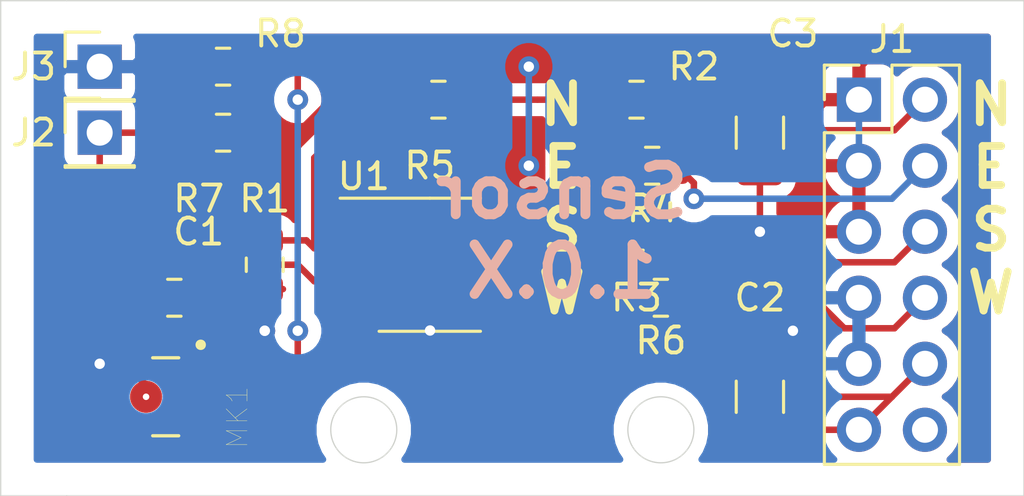
<source format=kicad_pcb>
(kicad_pcb (version 20171130) (host pcbnew "(5.1.5-0-10_14)")

  (general
    (thickness 1.6)
    (drawings 11)
    (tracks 144)
    (zones 0)
    (modules 16)
    (nets 15)
  )

  (page A4)
  (layers
    (0 F.Cu signal)
    (31 B.Cu signal)
    (32 B.Adhes user hide)
    (33 F.Adhes user hide)
    (34 B.Paste user hide)
    (35 F.Paste user hide)
    (36 B.SilkS user hide)
    (37 F.SilkS user)
    (38 B.Mask user hide)
    (39 F.Mask user hide)
    (40 Dwgs.User user hide)
    (41 Cmts.User user hide)
    (42 Eco1.User user hide)
    (43 Eco2.User user hide)
    (44 Edge.Cuts user)
    (45 Margin user hide)
    (46 B.CrtYd user hide)
    (47 F.CrtYd user hide)
    (48 B.Fab user hide)
    (49 F.Fab user hide)
  )

  (setup
    (last_trace_width 0.25)
    (trace_clearance 0.2)
    (zone_clearance 0.508)
    (zone_45_only no)
    (trace_min 0.2)
    (via_size 0.8)
    (via_drill 0.4)
    (via_min_size 0.4)
    (via_min_drill 0.3)
    (uvia_size 0.3)
    (uvia_drill 0.1)
    (uvias_allowed no)
    (uvia_min_size 0.2)
    (uvia_min_drill 0.1)
    (edge_width 0.05)
    (segment_width 0.2)
    (pcb_text_width 0.3)
    (pcb_text_size 1.5 1.5)
    (mod_edge_width 0.12)
    (mod_text_size 1 1)
    (mod_text_width 0.15)
    (pad_size 1.524 1.524)
    (pad_drill 0.762)
    (pad_to_mask_clearance 0.051)
    (solder_mask_min_width 0.25)
    (aux_axis_origin 0 0)
    (visible_elements FFFFFF7F)
    (pcbplotparams
      (layerselection 0x010fc_ffffffff)
      (usegerberextensions false)
      (usegerberattributes false)
      (usegerberadvancedattributes false)
      (creategerberjobfile false)
      (excludeedgelayer true)
      (linewidth 0.100000)
      (plotframeref false)
      (viasonmask false)
      (mode 1)
      (useauxorigin false)
      (hpglpennumber 1)
      (hpglpenspeed 20)
      (hpglpendiameter 15.000000)
      (psnegative false)
      (psa4output false)
      (plotreference true)
      (plotvalue true)
      (plotinvisibletext false)
      (padsonsilk false)
      (subtractmaskfromsilk false)
      (outputformat 1)
      (mirror false)
      (drillshape 0)
      (scaleselection 1)
      (outputdirectory ""))
  )

  (net 0 "")
  (net 1 "Net-(C1-Pad2)")
  (net 2 "Net-(C1-Pad1)")
  (net 3 "Net-(J1-Pad8)")
  (net 4 "Net-(J1-Pad6)")
  (net 5 "Net-(J1-Pad4)")
  (net 6 "Net-(J1-Pad2)")
  (net 7 "Net-(R1-Pad1)")
  (net 8 "Net-(R2-Pad1)")
  (net 9 "Net-(U1-Pad8)")
  (net 10 "Net-(U1-Pad5)")
  (net 11 "Net-(U1-Pad1)")
  (net 12 VCC)
  (net 13 GND)
  (net 14 +3V3)

  (net_class Default "This is the default net class."
    (clearance 0.2)
    (trace_width 0.25)
    (via_dia 0.8)
    (via_drill 0.4)
    (uvia_dia 0.3)
    (uvia_drill 0.1)
    (add_net +3V3)
    (add_net GND)
    (add_net "Net-(C1-Pad1)")
    (add_net "Net-(C1-Pad2)")
    (add_net "Net-(J1-Pad2)")
    (add_net "Net-(J1-Pad4)")
    (add_net "Net-(J1-Pad6)")
    (add_net "Net-(J1-Pad8)")
    (add_net "Net-(R1-Pad1)")
    (add_net "Net-(R2-Pad1)")
    (add_net "Net-(U1-Pad1)")
    (add_net "Net-(U1-Pad5)")
    (add_net "Net-(U1-Pad8)")
    (add_net VCC)
  )

  (module Resistor_SMD:R_0805_2012Metric (layer F.Cu) (tedit 5B36C52B) (tstamp 5E7A22DD)
    (at 131.7475 80.01 180)
    (descr "Resistor SMD 0805 (2012 Metric), square (rectangular) end terminal, IPC_7351 nominal, (Body size source: https://docs.google.com/spreadsheets/d/1BsfQQcO9C6DZCsRaXUlFlo91Tg2WpOkGARC1WS5S8t0/edit?usp=sharing), generated with kicad-footprint-generator")
    (tags resistor)
    (path /5E7AA2E7)
    (attr smd)
    (fp_text reference R8 (at -2.2075 1.27) (layer F.SilkS)
      (effects (font (size 1 1) (thickness 0.15)))
    )
    (fp_text value 10K0 (at 0 1.65) (layer F.Fab)
      (effects (font (size 1 1) (thickness 0.15)))
    )
    (fp_text user %R (at 0 0) (layer F.Fab)
      (effects (font (size 0.5 0.5) (thickness 0.08)))
    )
    (fp_line (start 1.68 0.95) (end -1.68 0.95) (layer F.CrtYd) (width 0.05))
    (fp_line (start 1.68 -0.95) (end 1.68 0.95) (layer F.CrtYd) (width 0.05))
    (fp_line (start -1.68 -0.95) (end 1.68 -0.95) (layer F.CrtYd) (width 0.05))
    (fp_line (start -1.68 0.95) (end -1.68 -0.95) (layer F.CrtYd) (width 0.05))
    (fp_line (start -0.258578 0.71) (end 0.258578 0.71) (layer F.SilkS) (width 0.12))
    (fp_line (start -0.258578 -0.71) (end 0.258578 -0.71) (layer F.SilkS) (width 0.12))
    (fp_line (start 1 0.6) (end -1 0.6) (layer F.Fab) (width 0.1))
    (fp_line (start 1 -0.6) (end 1 0.6) (layer F.Fab) (width 0.1))
    (fp_line (start -1 -0.6) (end 1 -0.6) (layer F.Fab) (width 0.1))
    (fp_line (start -1 0.6) (end -1 -0.6) (layer F.Fab) (width 0.1))
    (pad 2 smd roundrect (at 0.9375 0 180) (size 0.975 1.4) (layers F.Cu F.Paste F.Mask) (roundrect_rratio 0.25)
      (net 1 "Net-(C1-Pad2)"))
    (pad 1 smd roundrect (at -0.9375 0 180) (size 0.975 1.4) (layers F.Cu F.Paste F.Mask) (roundrect_rratio 0.25)
      (net 14 +3V3))
    (model ${KISYS3DMOD}/Resistor_SMD.3dshapes/R_0805_2012Metric.wrl
      (at (xyz 0 0 0))
      (scale (xyz 1 1 1))
      (rotate (xyz 0 0 0))
    )
  )

  (module Resistor_SMD:R_0805_2012Metric (layer F.Cu) (tedit 5B36C52B) (tstamp 5E7A230D)
    (at 131.7475 82.55 180)
    (descr "Resistor SMD 0805 (2012 Metric), square (rectangular) end terminal, IPC_7351 nominal, (Body size source: https://docs.google.com/spreadsheets/d/1BsfQQcO9C6DZCsRaXUlFlo91Tg2WpOkGARC1WS5S8t0/edit?usp=sharing), generated with kicad-footprint-generator")
    (tags resistor)
    (path /5E7A9A5C)
    (attr smd)
    (fp_text reference R7 (at 0.9375 -2.54) (layer F.SilkS)
      (effects (font (size 1 1) (thickness 0.15)))
    )
    (fp_text value 10k0 (at 0 1.65) (layer F.Fab)
      (effects (font (size 1 1) (thickness 0.15)))
    )
    (fp_text user %R (at 0 0) (layer F.Fab)
      (effects (font (size 0.5 0.5) (thickness 0.08)))
    )
    (fp_line (start 1.68 0.95) (end -1.68 0.95) (layer F.CrtYd) (width 0.05))
    (fp_line (start 1.68 -0.95) (end 1.68 0.95) (layer F.CrtYd) (width 0.05))
    (fp_line (start -1.68 -0.95) (end 1.68 -0.95) (layer F.CrtYd) (width 0.05))
    (fp_line (start -1.68 0.95) (end -1.68 -0.95) (layer F.CrtYd) (width 0.05))
    (fp_line (start -0.258578 0.71) (end 0.258578 0.71) (layer F.SilkS) (width 0.12))
    (fp_line (start -0.258578 -0.71) (end 0.258578 -0.71) (layer F.SilkS) (width 0.12))
    (fp_line (start 1 0.6) (end -1 0.6) (layer F.Fab) (width 0.1))
    (fp_line (start 1 -0.6) (end 1 0.6) (layer F.Fab) (width 0.1))
    (fp_line (start -1 -0.6) (end 1 -0.6) (layer F.Fab) (width 0.1))
    (fp_line (start -1 0.6) (end -1 -0.6) (layer F.Fab) (width 0.1))
    (pad 2 smd roundrect (at 0.9375 0 180) (size 0.975 1.4) (layers F.Cu F.Paste F.Mask) (roundrect_rratio 0.25)
      (net 1 "Net-(C1-Pad2)"))
    (pad 1 smd roundrect (at -0.9375 0 180) (size 0.975 1.4) (layers F.Cu F.Paste F.Mask) (roundrect_rratio 0.25)
      (net 12 VCC))
    (model ${KISYS3DMOD}/Resistor_SMD.3dshapes/R_0805_2012Metric.wrl
      (at (xyz 0 0 0))
      (scale (xyz 1 1 1))
      (rotate (xyz 0 0 0))
    )
  )

  (module Connector_PinHeader_2.54mm:PinHeader_1x01_P2.54mm_Vertical (layer F.Cu) (tedit 59FED5CC) (tstamp 5E7A2341)
    (at 127 80.01)
    (descr "Through hole straight pin header, 1x01, 2.54mm pitch, single row")
    (tags "Through hole pin header THT 1x01 2.54mm single row")
    (path /5E7A476B)
    (fp_text reference J3 (at -2.54 0) (layer F.SilkS)
      (effects (font (size 1 1) (thickness 0.15)))
    )
    (fp_text value Conn_01x01 (at 0 2.33) (layer F.Fab)
      (effects (font (size 1 1) (thickness 0.15)))
    )
    (fp_text user %R (at 0 0 90) (layer F.Fab)
      (effects (font (size 1 1) (thickness 0.15)))
    )
    (fp_line (start 1.8 -1.8) (end -1.8 -1.8) (layer F.CrtYd) (width 0.05))
    (fp_line (start 1.8 1.8) (end 1.8 -1.8) (layer F.CrtYd) (width 0.05))
    (fp_line (start -1.8 1.8) (end 1.8 1.8) (layer F.CrtYd) (width 0.05))
    (fp_line (start -1.8 -1.8) (end -1.8 1.8) (layer F.CrtYd) (width 0.05))
    (fp_line (start -1.33 -1.33) (end 0 -1.33) (layer F.SilkS) (width 0.12))
    (fp_line (start -1.33 0) (end -1.33 -1.33) (layer F.SilkS) (width 0.12))
    (fp_line (start -1.33 1.27) (end 1.33 1.27) (layer F.SilkS) (width 0.12))
    (fp_line (start 1.33 1.27) (end 1.33 1.33) (layer F.SilkS) (width 0.12))
    (fp_line (start -1.33 1.27) (end -1.33 1.33) (layer F.SilkS) (width 0.12))
    (fp_line (start -1.33 1.33) (end 1.33 1.33) (layer F.SilkS) (width 0.12))
    (fp_line (start -1.27 -0.635) (end -0.635 -1.27) (layer F.Fab) (width 0.1))
    (fp_line (start -1.27 1.27) (end -1.27 -0.635) (layer F.Fab) (width 0.1))
    (fp_line (start 1.27 1.27) (end -1.27 1.27) (layer F.Fab) (width 0.1))
    (fp_line (start 1.27 -1.27) (end 1.27 1.27) (layer F.Fab) (width 0.1))
    (fp_line (start -0.635 -1.27) (end 1.27 -1.27) (layer F.Fab) (width 0.1))
    (pad 1 thru_hole rect (at 0 0) (size 1.7 1.7) (drill 1) (layers *.Cu *.Mask)
      (net 13 GND))
    (model ${KISYS3DMOD}/Connector_PinHeader_2.54mm.3dshapes/PinHeader_1x01_P2.54mm_Vertical.wrl
      (at (xyz 0 0 0))
      (scale (xyz 1 1 1))
      (rotate (xyz 0 0 0))
    )
  )

  (module Connector_PinHeader_2.54mm:PinHeader_1x01_P2.54mm_Vertical (layer F.Cu) (tedit 59FED5CC) (tstamp 5E7A237D)
    (at 127 82.55)
    (descr "Through hole straight pin header, 1x01, 2.54mm pitch, single row")
    (tags "Through hole pin header THT 1x01 2.54mm single row")
    (path /5E7A3796)
    (fp_text reference J2 (at -2.54 0) (layer F.SilkS)
      (effects (font (size 1 1) (thickness 0.15)))
    )
    (fp_text value Conn_01x01 (at 0 2.33) (layer F.Fab)
      (effects (font (size 1 1) (thickness 0.15)))
    )
    (fp_text user %R (at 0 0 90) (layer F.Fab)
      (effects (font (size 1 1) (thickness 0.15)))
    )
    (fp_line (start 1.8 -1.8) (end -1.8 -1.8) (layer F.CrtYd) (width 0.05))
    (fp_line (start 1.8 1.8) (end 1.8 -1.8) (layer F.CrtYd) (width 0.05))
    (fp_line (start -1.8 1.8) (end 1.8 1.8) (layer F.CrtYd) (width 0.05))
    (fp_line (start -1.8 -1.8) (end -1.8 1.8) (layer F.CrtYd) (width 0.05))
    (fp_line (start -1.33 -1.33) (end 0 -1.33) (layer F.SilkS) (width 0.12))
    (fp_line (start -1.33 0) (end -1.33 -1.33) (layer F.SilkS) (width 0.12))
    (fp_line (start -1.33 1.27) (end 1.33 1.27) (layer F.SilkS) (width 0.12))
    (fp_line (start 1.33 1.27) (end 1.33 1.33) (layer F.SilkS) (width 0.12))
    (fp_line (start -1.33 1.27) (end -1.33 1.33) (layer F.SilkS) (width 0.12))
    (fp_line (start -1.33 1.33) (end 1.33 1.33) (layer F.SilkS) (width 0.12))
    (fp_line (start -1.27 -0.635) (end -0.635 -1.27) (layer F.Fab) (width 0.1))
    (fp_line (start -1.27 1.27) (end -1.27 -0.635) (layer F.Fab) (width 0.1))
    (fp_line (start 1.27 1.27) (end -1.27 1.27) (layer F.Fab) (width 0.1))
    (fp_line (start 1.27 -1.27) (end 1.27 1.27) (layer F.Fab) (width 0.1))
    (fp_line (start -0.635 -1.27) (end 1.27 -1.27) (layer F.Fab) (width 0.1))
    (pad 1 thru_hole rect (at 0 0) (size 1.7 1.7) (drill 1) (layers *.Cu *.Mask)
      (net 1 "Net-(C1-Pad2)"))
    (model ${KISYS3DMOD}/Connector_PinHeader_2.54mm.3dshapes/PinHeader_1x01_P2.54mm_Vertical.wrl
      (at (xyz 0 0 0))
      (scale (xyz 1 1 1))
      (rotate (xyz 0 0 0))
    )
  )

  (module SnapEDA:MIC_SPU0410LR5H-QB-7 (layer F.Cu) (tedit 5E66ECA1) (tstamp 5E6840F7)
    (at 129.54 92.71 270)
    (path /5E68DAEF)
    (fp_text reference MK1 (at 0.79 -2.758 90) (layer F.SilkS)
      (effects (font (size 0.8 0.8) (thickness 0.015)))
    )
    (fp_text value SPU0410LR5H-QB-7 (at -3.81 6.35 180) (layer F.Fab)
      (effects (font (size 0.8 0.8) (thickness 0.015)))
    )
    (fp_poly (pts (xy 0.261628 0.600437) (xy 0.267124 0.609966) (xy 0.272219 0.619588) (xy 0.276963 0.629387)
      (xy 0.281351 0.639351) (xy 0.285376 0.649467) (xy 0.289035 0.659721) (xy 0.29232 0.670101)
      (xy 0.29523 0.680592) (xy 0.297759 0.691181) (xy 0.299905 0.701855) (xy 0.301664 0.712599)
      (xy 0.303035 0.7234) (xy 0.304016 0.734243) (xy 0.304604 0.745114) (xy 0.304801 0.756)
      (xy 0.304604 0.766886) (xy 0.304016 0.777757) (xy 0.303035 0.7886) (xy 0.301664 0.799401)
      (xy 0.299905 0.810145) (xy 0.297759 0.820819) (xy 0.29523 0.831408) (xy 0.29232 0.841899)
      (xy 0.289035 0.852279) (xy 0.285376 0.862533) (xy 0.281351 0.872649) (xy 0.276963 0.882613)
      (xy 0.272219 0.892412) (xy 0.267124 0.902034) (xy 0.261628 0.911563) (xy 0.480478 1.13041)
      (xy 0.498997 1.105774) (xy 0.513977 1.083731) (xy 0.527969 1.061047) (xy 0.540944 1.037767)
      (xy 0.552877 1.013936) (xy 0.563746 0.989602) (xy 0.573528 0.96481) (xy 0.582205 0.939611)
      (xy 0.58976 0.914052) (xy 0.596177 0.888185) (xy 0.601445 0.862059) (xy 0.605553 0.835726)
      (xy 0.608493 0.809237) (xy 0.610259 0.782644) (xy 0.610848 0.755999) (xy 0.610259 0.729354)
      (xy 0.608493 0.702761) (xy 0.605553 0.676272) (xy 0.601445 0.649939) (xy 0.596177 0.623813)
      (xy 0.58976 0.597946) (xy 0.582205 0.572387) (xy 0.573528 0.547188) (xy 0.563746 0.522396)
      (xy 0.552877 0.498062) (xy 0.540944 0.474231) (xy 0.527969 0.450951) (xy 0.513977 0.428267)
      (xy 0.498997 0.406224) (xy 0.480478 0.381588) (xy 0.261628 0.600437)) (layer F.Paste) (width 0.01))
    (fp_poly (pts (xy 0.155562 1.01763) (xy 0.146033 1.023126) (xy 0.136412 1.028221) (xy 0.126612 1.032965)
      (xy 0.116648 1.037353) (xy 0.106533 1.041378) (xy 0.096278 1.045036) (xy 0.085899 1.048322)
      (xy 0.075408 1.051232) (xy 0.064818 1.053761) (xy 0.054145 1.055907) (xy 0.0434 1.057666)
      (xy 0.0326 1.059037) (xy 0.021757 1.060017) (xy 0.010885 1.060606) (xy 0 1.060803)
      (xy -0.010885 1.060606) (xy -0.021757 1.060017) (xy -0.0326 1.059037) (xy -0.0434 1.057666)
      (xy -0.054145 1.055907) (xy -0.064818 1.053761) (xy -0.075408 1.051232) (xy -0.085899 1.048322)
      (xy -0.096278 1.045036) (xy -0.106533 1.041378) (xy -0.116648 1.037353) (xy -0.126612 1.032965)
      (xy -0.136412 1.028221) (xy -0.146033 1.023126) (xy -0.155562 1.01763) (xy -0.374412 1.23648)
      (xy -0.349775 1.254999) (xy -0.327732 1.269979) (xy -0.305049 1.283971) (xy -0.281769 1.296946)
      (xy -0.257938 1.308879) (xy -0.233603 1.319748) (xy -0.208812 1.32953) (xy -0.183612 1.338207)
      (xy -0.158054 1.345762) (xy -0.132186 1.352179) (xy -0.10606 1.357447) (xy -0.079727 1.361555)
      (xy -0.053238 1.364495) (xy -0.026645 1.366262) (xy 0 1.366851) (xy 0.026645 1.366262)
      (xy 0.053238 1.364495) (xy 0.079727 1.361555) (xy 0.10606 1.357447) (xy 0.132186 1.352179)
      (xy 0.158054 1.345762) (xy 0.183612 1.338207) (xy 0.208812 1.32953) (xy 0.233603 1.319748)
      (xy 0.257938 1.308879) (xy 0.281769 1.296946) (xy 0.305049 1.283971) (xy 0.327732 1.269979)
      (xy 0.349775 1.254999) (xy 0.374412 1.23648) (xy 0.155562 1.01763)) (layer F.Paste) (width 0.01))
    (fp_poly (pts (xy -0.261628 0.911563) (xy -0.267124 0.902034) (xy -0.272219 0.892412) (xy -0.276963 0.882613)
      (xy -0.281351 0.872649) (xy -0.285376 0.862533) (xy -0.289035 0.852279) (xy -0.29232 0.841899)
      (xy -0.29523 0.831408) (xy -0.297759 0.820819) (xy -0.299905 0.810145) (xy -0.301664 0.799401)
      (xy -0.303035 0.7886) (xy -0.304016 0.777757) (xy -0.304604 0.766886) (xy -0.304801 0.756)
      (xy -0.304604 0.745114) (xy -0.304016 0.734243) (xy -0.303035 0.7234) (xy -0.301664 0.712599)
      (xy -0.299905 0.701855) (xy -0.297759 0.691181) (xy -0.29523 0.680592) (xy -0.29232 0.670101)
      (xy -0.289035 0.659721) (xy -0.285376 0.649467) (xy -0.281351 0.639351) (xy -0.276963 0.629387)
      (xy -0.272219 0.619588) (xy -0.267124 0.609966) (xy -0.261628 0.600437) (xy -0.480478 0.381588)
      (xy -0.498997 0.406224) (xy -0.513977 0.428267) (xy -0.527969 0.450951) (xy -0.540944 0.474231)
      (xy -0.552877 0.498062) (xy -0.563746 0.522396) (xy -0.573528 0.547188) (xy -0.582205 0.572387)
      (xy -0.58976 0.597946) (xy -0.596177 0.623813) (xy -0.601445 0.649939) (xy -0.605553 0.676272)
      (xy -0.608493 0.702761) (xy -0.610259 0.729354) (xy -0.610848 0.755999) (xy -0.610259 0.782644)
      (xy -0.608493 0.809237) (xy -0.605553 0.835726) (xy -0.601445 0.862059) (xy -0.596177 0.888185)
      (xy -0.58976 0.914052) (xy -0.582205 0.939611) (xy -0.573528 0.96481) (xy -0.563746 0.989602)
      (xy -0.552877 1.013936) (xy -0.540944 1.037767) (xy -0.527969 1.061047) (xy -0.513977 1.083731)
      (xy -0.498997 1.105774) (xy -0.480478 1.13041) (xy -0.261628 0.911563)) (layer F.Paste) (width 0.01))
    (fp_poly (pts (xy -0.155562 0.494372) (xy -0.146033 0.488876) (xy -0.136412 0.483781) (xy -0.126612 0.479037)
      (xy -0.116648 0.474649) (xy -0.106533 0.470624) (xy -0.096278 0.466966) (xy -0.085899 0.46368)
      (xy -0.075408 0.46077) (xy -0.064818 0.458241) (xy -0.054145 0.456095) (xy -0.0434 0.454336)
      (xy -0.0326 0.452965) (xy -0.021757 0.451985) (xy -0.010885 0.451396) (xy 0 0.451199)
      (xy 0.010885 0.451396) (xy 0.021757 0.451985) (xy 0.0326 0.452965) (xy 0.0434 0.454336)
      (xy 0.054145 0.456095) (xy 0.064818 0.458241) (xy 0.075408 0.46077) (xy 0.085899 0.46368)
      (xy 0.096278 0.466966) (xy 0.106533 0.470624) (xy 0.116648 0.474649) (xy 0.126612 0.479037)
      (xy 0.136412 0.483781) (xy 0.146033 0.488876) (xy 0.155562 0.494372) (xy 0.374412 0.275522)
      (xy 0.349775 0.257003) (xy 0.327732 0.242023) (xy 0.305049 0.228031) (xy 0.281769 0.215056)
      (xy 0.257938 0.203123) (xy 0.233603 0.192254) (xy 0.208812 0.182472) (xy 0.183612 0.173795)
      (xy 0.158054 0.16624) (xy 0.132186 0.159823) (xy 0.10606 0.154555) (xy 0.079727 0.150447)
      (xy 0.053238 0.147507) (xy 0.026645 0.14574) (xy 0 0.145151) (xy -0.026645 0.14574)
      (xy -0.053238 0.147507) (xy -0.079727 0.150447) (xy -0.10606 0.154555) (xy -0.132186 0.159823)
      (xy -0.158054 0.16624) (xy -0.183612 0.173795) (xy -0.208812 0.182472) (xy -0.233603 0.192254)
      (xy -0.257938 0.203123) (xy -0.281769 0.215056) (xy -0.305049 0.228031) (xy -0.327732 0.242023)
      (xy -0.349775 0.257003) (xy -0.374412 0.275522) (xy -0.155562 0.494372)) (layer F.Paste) (width 0.01))
    (fp_line (start -1.75 2.13) (end -1.75 -2.13) (layer F.CrtYd) (width 0.05))
    (fp_line (start 1.75 2.13) (end -1.75 2.13) (layer F.CrtYd) (width 0.05))
    (fp_line (start 1.75 -2.13) (end 1.75 2.13) (layer F.CrtYd) (width 0.05))
    (fp_line (start -1.75 -2.13) (end 1.75 -2.13) (layer F.CrtYd) (width 0.05))
    (fp_circle (center -2 -1.347) (end -1.9 -1.347) (layer F.Fab) (width 0.2))
    (fp_circle (center -2 -1.347) (end -1.9 -1.347) (layer F.SilkS) (width 0.2))
    (fp_poly (pts (xy 0.712 0.756) (xy 0.7081 0.681576) (xy 0.696441 0.607967) (xy 0.677152 0.53598)
      (xy 0.650444 0.466404) (xy 0.61661 0.4) (xy 0.57602 0.337497) (xy 0.529119 0.279579)
      (xy 0.476421 0.226881) (xy 0.418503 0.17998) (xy 0.356 0.13939) (xy 0.289596 0.105556)
      (xy 0.22002 0.078848) (xy 0.148033 0.059559) (xy 0.074424 0.0479) (xy 0 0.044)
      (xy -0.074424 0.0479) (xy -0.148033 0.059559) (xy -0.22002 0.078848) (xy -0.289596 0.105556)
      (xy -0.356 0.13939) (xy -0.418503 0.17998) (xy -0.476421 0.226881) (xy -0.529119 0.279579)
      (xy -0.57602 0.337497) (xy -0.61661 0.4) (xy -0.650444 0.466404) (xy -0.677152 0.53598)
      (xy -0.696441 0.607967) (xy -0.7081 0.681576) (xy -0.712 0.756) (xy -0.7081 0.830424)
      (xy -0.696441 0.904033) (xy -0.677152 0.97602) (xy -0.650444 1.045596) (xy -0.61661 1.112)
      (xy -0.57602 1.174503) (xy -0.529119 1.232421) (xy -0.476421 1.285119) (xy -0.418503 1.33202)
      (xy -0.356 1.37261) (xy -0.289596 1.406444) (xy -0.22002 1.433152) (xy -0.148033 1.452441)
      (xy -0.074424 1.4641) (xy 0 1.468) (xy 0.074424 1.4641) (xy 0.148033 1.452441)
      (xy 0.22002 1.433152) (xy 0.289596 1.406444) (xy 0.356 1.37261) (xy 0.418503 1.33202)
      (xy 0.476421 1.285119) (xy 0.529119 1.232421) (xy 0.57602 1.174503) (xy 0.61661 1.112)
      (xy 0.650444 1.045596) (xy 0.677152 0.97602) (xy 0.696441 0.904033) (xy 0.7081 0.830424)
      (xy 0.712 0.756) (xy 0.305 0.756) (xy 0.303329 0.724119) (xy 0.298335 0.692587)
      (xy 0.290072 0.66175) (xy 0.278631 0.631945) (xy 0.264138 0.6035) (xy 0.24675 0.576725)
      (xy 0.226659 0.551915) (xy 0.204085 0.529341) (xy 0.179275 0.50925) (xy 0.1525 0.491862)
      (xy 0.124055 0.477369) (xy 0.09425 0.465928) (xy 0.063413 0.457665) (xy 0.031881 0.452671)
      (xy 0 0.451) (xy -0.031881 0.452671) (xy -0.063413 0.457665) (xy -0.09425 0.465928)
      (xy -0.124055 0.477369) (xy -0.1525 0.491862) (xy -0.179275 0.50925) (xy -0.204085 0.529341)
      (xy -0.226659 0.551915) (xy -0.24675 0.576725) (xy -0.264138 0.6035) (xy -0.278631 0.631945)
      (xy -0.290072 0.66175) (xy -0.298335 0.692587) (xy -0.303329 0.724119) (xy -0.305 0.756)
      (xy -0.303329 0.724119) (xy -0.298335 0.692587) (xy -0.290072 0.66175) (xy -0.278631 0.631945)
      (xy -0.264138 0.6035) (xy -0.24675 0.576725) (xy -0.226659 0.551915) (xy -0.204085 0.529341)
      (xy -0.179275 0.50925) (xy -0.1525 0.491862) (xy -0.124055 0.477369) (xy -0.09425 0.465928)
      (xy -0.063413 0.457665) (xy -0.031881 0.452671) (xy 0 0.451) (xy 0.031881 0.452671)
      (xy 0.063413 0.457665) (xy 0.09425 0.465928) (xy 0.124055 0.477369) (xy 0.1525 0.491862)
      (xy 0.179275 0.50925) (xy 0.204085 0.529341) (xy 0.226659 0.551915) (xy 0.24675 0.576725)
      (xy 0.264138 0.6035) (xy 0.278631 0.631945) (xy 0.290072 0.66175) (xy 0.298335 0.692587)
      (xy 0.303329 0.724119) (xy 0.305 0.756) (xy 0.712 0.756)) (layer F.Mask) (width 0.01))
    (fp_poly (pts (xy 0.612 0.756) (xy 0.608647 0.692029) (xy 0.598626 0.628758) (xy 0.582047 0.566882)
      (xy 0.55909 0.507077) (xy 0.530008 0.45) (xy 0.495118 0.396275) (xy 0.454805 0.346492)
      (xy 0.409508 0.301195) (xy 0.359725 0.260882) (xy 0.306 0.225992) (xy 0.248923 0.19691)
      (xy 0.189118 0.173953) (xy 0.127242 0.157374) (xy 0.063971 0.147353) (xy 0 0.144)
      (xy -0.063971 0.147353) (xy -0.127242 0.157374) (xy -0.189118 0.173953) (xy -0.248923 0.19691)
      (xy -0.306 0.225992) (xy -0.359725 0.260882) (xy -0.409508 0.301195) (xy -0.454805 0.346492)
      (xy -0.495118 0.396275) (xy -0.530008 0.45) (xy -0.55909 0.507077) (xy -0.582047 0.566882)
      (xy -0.598626 0.628758) (xy -0.608647 0.692029) (xy -0.612 0.756) (xy -0.608647 0.819971)
      (xy -0.598626 0.883242) (xy -0.582047 0.945118) (xy -0.55909 1.004923) (xy -0.530008 1.062)
      (xy -0.495118 1.115725) (xy -0.454805 1.165508) (xy -0.409508 1.210805) (xy -0.359725 1.251118)
      (xy -0.306 1.286008) (xy -0.248923 1.31509) (xy -0.189118 1.338047) (xy -0.127242 1.354626)
      (xy -0.063971 1.364647) (xy 0 1.368) (xy 0.063971 1.364647) (xy 0.127242 1.354626)
      (xy 0.189118 1.338047) (xy 0.248923 1.31509) (xy 0.306 1.286008) (xy 0.359725 1.251118)
      (xy 0.409508 1.210805) (xy 0.454805 1.165508) (xy 0.495118 1.115725) (xy 0.530008 1.062)
      (xy 0.55909 1.004923) (xy 0.582047 0.945118) (xy 0.598626 0.883242) (xy 0.608647 0.819971)
      (xy 0.612 0.756) (xy 0.305 0.756) (xy 0.303329 0.724119) (xy 0.298335 0.692587)
      (xy 0.290072 0.66175) (xy 0.278631 0.631945) (xy 0.264138 0.6035) (xy 0.24675 0.576725)
      (xy 0.226659 0.551915) (xy 0.204085 0.529341) (xy 0.179275 0.50925) (xy 0.1525 0.491862)
      (xy 0.124055 0.477369) (xy 0.09425 0.465928) (xy 0.063413 0.457665) (xy 0.031881 0.452671)
      (xy 0 0.451) (xy -0.031881 0.452671) (xy -0.063413 0.457665) (xy -0.09425 0.465928)
      (xy -0.124055 0.477369) (xy -0.1525 0.491862) (xy -0.179275 0.50925) (xy -0.204085 0.529341)
      (xy -0.226659 0.551915) (xy -0.24675 0.576725) (xy -0.264138 0.6035) (xy -0.278631 0.631945)
      (xy -0.290072 0.66175) (xy -0.298335 0.692587) (xy -0.303329 0.724119) (xy -0.305 0.756)
      (xy -0.303329 0.724119) (xy -0.298335 0.692587) (xy -0.290072 0.66175) (xy -0.278631 0.631945)
      (xy -0.264138 0.6035) (xy -0.24675 0.576725) (xy -0.226659 0.551915) (xy -0.204085 0.529341)
      (xy -0.179275 0.50925) (xy -0.1525 0.491862) (xy -0.124055 0.477369) (xy -0.09425 0.465928)
      (xy -0.063413 0.457665) (xy -0.031881 0.452671) (xy 0 0.451) (xy 0.031881 0.452671)
      (xy 0.063413 0.457665) (xy 0.09425 0.465928) (xy 0.124055 0.477369) (xy 0.1525 0.491862)
      (xy 0.179275 0.50925) (xy 0.204085 0.529341) (xy 0.226659 0.551915) (xy 0.24675 0.576725)
      (xy 0.264138 0.6035) (xy 0.278631 0.631945) (xy 0.290072 0.66175) (xy 0.298335 0.692587)
      (xy 0.303329 0.724119) (xy 0.305 0.756) (xy 0.612 0.756)) (layer F.Cu) (width 0.01))
    (fp_line (start -1.5 1.88) (end -1.5 -1.88) (layer F.Fab) (width 0.127))
    (fp_line (start 1.5 1.88) (end -1.5 1.88) (layer F.Fab) (width 0.127))
    (fp_line (start 1.5 -1.88) (end 1.5 1.88) (layer F.Fab) (width 0.127))
    (fp_line (start -1.5 -1.88) (end 1.5 -1.88) (layer F.Fab) (width 0.127))
    (fp_line (start -1.5 0.5) (end -1.5 -0.5) (layer F.SilkS) (width 0.127))
    (fp_line (start 1.5 -0.5) (end 1.5 0.5) (layer F.SilkS) (width 0.127))
    (pad None np_thru_hole circle (at 0 0.756 270) (size 0.25 0.25) (drill 0.25) (layers *.Cu *.Mask))
    (pad 6 smd rect (at -0.45 0.756 270) (size 0.08 0.08) (layers F.Cu)
      (net 13 GND))
    (pad 5 smd circle (at 0 -1.347 270) (size 0.612 0.612) (layers F.Cu F.Paste F.Mask)
      (net 13 GND))
    (pad 3 smd circle (at 1.015 1.39 270) (size 0.562 0.562) (layers F.Cu F.Paste F.Mask)
      (net 13 GND))
    (pad 2 smd circle (at -1.015 1.39 270) (size 0.562 0.562) (layers F.Cu F.Paste F.Mask)
      (net 13 GND))
    (pad 4 smd circle (at 0.966 -1.347 270) (size 0.723 0.723) (layers F.Cu F.Paste F.Mask)
      (net 14 +3V3))
    (pad 1 smd circle (at -0.966 -1.347 270) (size 0.723 0.723) (layers F.Cu F.Paste F.Mask)
      (net 1 "Net-(C1-Pad2)"))
  )

  (module Package_SO:SOIC-8-1EP_3.9x4.9mm_P1.27mm_EP2.29x3mm (layer F.Cu) (tedit 5DC5FE76) (tstamp 5E68417C)
    (at 139.7 87.63)
    (descr "SOIC, 8 Pin (https://www.analog.com/media/en/technical-documentation/data-sheets/ada4898-1_4898-2.pdf#page=29), generated with kicad-footprint-generator ipc_gullwing_generator.py")
    (tags "SOIC SO")
    (path /5E698E2D)
    (attr smd)
    (fp_text reference U1 (at -2.54 -3.4) (layer F.SilkS)
      (effects (font (size 1 1) (thickness 0.15)))
    )
    (fp_text value OPA1641 (at 0 3.4) (layer F.Fab)
      (effects (font (size 1 1) (thickness 0.15)))
    )
    (fp_text user %R (at 0 0) (layer F.Fab)
      (effects (font (size 0.98 0.98) (thickness 0.15)))
    )
    (fp_line (start 3.7 -2.7) (end -3.7 -2.7) (layer F.CrtYd) (width 0.05))
    (fp_line (start 3.7 2.7) (end 3.7 -2.7) (layer F.CrtYd) (width 0.05))
    (fp_line (start -3.7 2.7) (end 3.7 2.7) (layer F.CrtYd) (width 0.05))
    (fp_line (start -3.7 -2.7) (end -3.7 2.7) (layer F.CrtYd) (width 0.05))
    (fp_line (start -1.95 -1.475) (end -0.975 -2.45) (layer F.Fab) (width 0.1))
    (fp_line (start -1.95 2.45) (end -1.95 -1.475) (layer F.Fab) (width 0.1))
    (fp_line (start 1.95 2.45) (end -1.95 2.45) (layer F.Fab) (width 0.1))
    (fp_line (start 1.95 -2.45) (end 1.95 2.45) (layer F.Fab) (width 0.1))
    (fp_line (start -0.975 -2.45) (end 1.95 -2.45) (layer F.Fab) (width 0.1))
    (fp_line (start 0 -2.56) (end -3.45 -2.56) (layer F.SilkS) (width 0.12))
    (fp_line (start 0 -2.56) (end 1.95 -2.56) (layer F.SilkS) (width 0.12))
    (fp_line (start 0 2.56) (end -1.95 2.56) (layer F.SilkS) (width 0.12))
    (fp_line (start 0 2.56) (end 1.95 2.56) (layer F.SilkS) (width 0.12))
    (pad "" smd roundrect (at 0.57 0.75) (size 0.92 1.21) (layers F.Paste) (roundrect_rratio 0.25))
    (pad "" smd roundrect (at 0.57 -0.75) (size 0.92 1.21) (layers F.Paste) (roundrect_rratio 0.25))
    (pad "" smd roundrect (at -0.57 0.75) (size 0.92 1.21) (layers F.Paste) (roundrect_rratio 0.25))
    (pad "" smd roundrect (at -0.57 -0.75) (size 0.92 1.21) (layers F.Paste) (roundrect_rratio 0.25))
    (pad 9 smd rect (at 0 0) (size 2.29 3) (layers F.Cu F.Mask))
    (pad 8 smd roundrect (at 2.475 -1.905) (size 1.95 0.6) (layers F.Cu F.Paste F.Mask) (roundrect_rratio 0.25)
      (net 9 "Net-(U1-Pad8)"))
    (pad 7 smd roundrect (at 2.475 -0.635) (size 1.95 0.6) (layers F.Cu F.Paste F.Mask) (roundrect_rratio 0.25)
      (net 12 VCC))
    (pad 6 smd roundrect (at 2.475 0.635) (size 1.95 0.6) (layers F.Cu F.Paste F.Mask) (roundrect_rratio 0.25)
      (net 8 "Net-(R2-Pad1)"))
    (pad 5 smd roundrect (at 2.475 1.905) (size 1.95 0.6) (layers F.Cu F.Paste F.Mask) (roundrect_rratio 0.25)
      (net 10 "Net-(U1-Pad5)"))
    (pad 4 smd roundrect (at -2.475 1.905) (size 1.95 0.6) (layers F.Cu F.Paste F.Mask) (roundrect_rratio 0.25)
      (net 13 GND))
    (pad 3 smd roundrect (at -2.475 0.635) (size 1.95 0.6) (layers F.Cu F.Paste F.Mask) (roundrect_rratio 0.25)
      (net 2 "Net-(C1-Pad1)"))
    (pad 2 smd roundrect (at -2.475 -0.635) (size 1.95 0.6) (layers F.Cu F.Paste F.Mask) (roundrect_rratio 0.25)
      (net 7 "Net-(R1-Pad1)"))
    (pad 1 smd roundrect (at -2.475 -1.905) (size 1.95 0.6) (layers F.Cu F.Paste F.Mask) (roundrect_rratio 0.25)
      (net 11 "Net-(U1-Pad1)"))
    (model ${KISYS3DMOD}/Package_SO.3dshapes/SOIC-8-1EP_3.9x4.9mm_P1.27mm_EP2.29x3mm.wrl
      (at (xyz 0 0 0))
      (scale (xyz 1 1 1))
      (rotate (xyz 0 0 0))
    )
  )

  (module Resistor_SMD:R_0805_2012Metric (layer F.Cu) (tedit 5B36C52B) (tstamp 5E68415D)
    (at 148.59 88.9 180)
    (descr "Resistor SMD 0805 (2012 Metric), square (rectangular) end terminal, IPC_7351 nominal, (Body size source: https://docs.google.com/spreadsheets/d/1BsfQQcO9C6DZCsRaXUlFlo91Tg2WpOkGARC1WS5S8t0/edit?usp=sharing), generated with kicad-footprint-generator")
    (tags resistor)
    (path /5E6F34FA)
    (attr smd)
    (fp_text reference R6 (at 0 -1.65) (layer F.SilkS)
      (effects (font (size 1 1) (thickness 0.15)))
    )
    (fp_text value 0r (at 0 1.65) (layer F.Fab)
      (effects (font (size 1 1) (thickness 0.15)))
    )
    (fp_text user %R (at 0 0) (layer F.Fab)
      (effects (font (size 0.5 0.5) (thickness 0.08)))
    )
    (fp_line (start 1.68 0.95) (end -1.68 0.95) (layer F.CrtYd) (width 0.05))
    (fp_line (start 1.68 -0.95) (end 1.68 0.95) (layer F.CrtYd) (width 0.05))
    (fp_line (start -1.68 -0.95) (end 1.68 -0.95) (layer F.CrtYd) (width 0.05))
    (fp_line (start -1.68 0.95) (end -1.68 -0.95) (layer F.CrtYd) (width 0.05))
    (fp_line (start -0.258578 0.71) (end 0.258578 0.71) (layer F.SilkS) (width 0.12))
    (fp_line (start -0.258578 -0.71) (end 0.258578 -0.71) (layer F.SilkS) (width 0.12))
    (fp_line (start 1 0.6) (end -1 0.6) (layer F.Fab) (width 0.1))
    (fp_line (start 1 -0.6) (end 1 0.6) (layer F.Fab) (width 0.1))
    (fp_line (start -1 -0.6) (end 1 -0.6) (layer F.Fab) (width 0.1))
    (fp_line (start -1 0.6) (end -1 -0.6) (layer F.Fab) (width 0.1))
    (pad 2 smd roundrect (at 0.9375 0 180) (size 0.975 1.4) (layers F.Cu F.Paste F.Mask) (roundrect_rratio 0.25)
      (net 8 "Net-(R2-Pad1)"))
    (pad 1 smd roundrect (at -0.9375 0 180) (size 0.975 1.4) (layers F.Cu F.Paste F.Mask) (roundrect_rratio 0.25)
      (net 3 "Net-(J1-Pad8)"))
    (model ${KISYS3DMOD}/Resistor_SMD.3dshapes/R_0805_2012Metric.wrl
      (at (xyz 0 0 0))
      (scale (xyz 1 1 1))
      (rotate (xyz 0 0 0))
    )
  )

  (module Resistor_SMD:R_0805_2012Metric (layer F.Cu) (tedit 5B36C52B) (tstamp 5E68414C)
    (at 140.0325 81.28 180)
    (descr "Resistor SMD 0805 (2012 Metric), square (rectangular) end terminal, IPC_7351 nominal, (Body size source: https://docs.google.com/spreadsheets/d/1BsfQQcO9C6DZCsRaXUlFlo91Tg2WpOkGARC1WS5S8t0/edit?usp=sharing), generated with kicad-footprint-generator")
    (tags resistor)
    (path /5E6A29B1)
    (attr smd)
    (fp_text reference R5 (at 0.3325 -2.54) (layer F.SilkS)
      (effects (font (size 1 1) (thickness 0.15)))
    )
    (fp_text value 22k0 (at 0 1.65) (layer F.Fab)
      (effects (font (size 1 1) (thickness 0.15)))
    )
    (fp_text user %R (at -0.3325 0) (layer F.Fab)
      (effects (font (size 0.5 0.5) (thickness 0.08)))
    )
    (fp_line (start 1.68 0.95) (end -1.68 0.95) (layer F.CrtYd) (width 0.05))
    (fp_line (start 1.68 -0.95) (end 1.68 0.95) (layer F.CrtYd) (width 0.05))
    (fp_line (start -1.68 -0.95) (end 1.68 -0.95) (layer F.CrtYd) (width 0.05))
    (fp_line (start -1.68 0.95) (end -1.68 -0.95) (layer F.CrtYd) (width 0.05))
    (fp_line (start -0.258578 0.71) (end 0.258578 0.71) (layer F.SilkS) (width 0.12))
    (fp_line (start -0.258578 -0.71) (end 0.258578 -0.71) (layer F.SilkS) (width 0.12))
    (fp_line (start 1 0.6) (end -1 0.6) (layer F.Fab) (width 0.1))
    (fp_line (start 1 -0.6) (end 1 0.6) (layer F.Fab) (width 0.1))
    (fp_line (start -1 -0.6) (end 1 -0.6) (layer F.Fab) (width 0.1))
    (fp_line (start -1 0.6) (end -1 -0.6) (layer F.Fab) (width 0.1))
    (pad 2 smd roundrect (at 0.9375 0 180) (size 0.975 1.4) (layers F.Cu F.Paste F.Mask) (roundrect_rratio 0.25)
      (net 7 "Net-(R1-Pad1)"))
    (pad 1 smd roundrect (at -0.9375 0 180) (size 0.975 1.4) (layers F.Cu F.Paste F.Mask) (roundrect_rratio 0.25)
      (net 8 "Net-(R2-Pad1)"))
    (model ${KISYS3DMOD}/Resistor_SMD.3dshapes/R_0805_2012Metric.wrl
      (at (xyz 0 0 0))
      (scale (xyz 1 1 1))
      (rotate (xyz 0 0 0))
    )
  )

  (module Resistor_SMD:R_0805_2012Metric (layer F.Cu) (tedit 5B36C52B) (tstamp 5E68413B)
    (at 148.2575 83.82 180)
    (descr "Resistor SMD 0805 (2012 Metric), square (rectangular) end terminal, IPC_7351 nominal, (Body size source: https://docs.google.com/spreadsheets/d/1BsfQQcO9C6DZCsRaXUlFlo91Tg2WpOkGARC1WS5S8t0/edit?usp=sharing), generated with kicad-footprint-generator")
    (tags resistor)
    (path /5E6F20B4)
    (attr smd)
    (fp_text reference R4 (at 0 -1.65) (layer F.SilkS)
      (effects (font (size 1 1) (thickness 0.15)))
    )
    (fp_text value 0r (at 0 1.65) (layer F.Fab)
      (effects (font (size 1 1) (thickness 0.15)))
    )
    (fp_text user %R (at 0 0) (layer F.Fab)
      (effects (font (size 0.5 0.5) (thickness 0.08)))
    )
    (fp_line (start 1.68 0.95) (end -1.68 0.95) (layer F.CrtYd) (width 0.05))
    (fp_line (start 1.68 -0.95) (end 1.68 0.95) (layer F.CrtYd) (width 0.05))
    (fp_line (start -1.68 -0.95) (end 1.68 -0.95) (layer F.CrtYd) (width 0.05))
    (fp_line (start -1.68 0.95) (end -1.68 -0.95) (layer F.CrtYd) (width 0.05))
    (fp_line (start -0.258578 0.71) (end 0.258578 0.71) (layer F.SilkS) (width 0.12))
    (fp_line (start -0.258578 -0.71) (end 0.258578 -0.71) (layer F.SilkS) (width 0.12))
    (fp_line (start 1 0.6) (end -1 0.6) (layer F.Fab) (width 0.1))
    (fp_line (start 1 -0.6) (end 1 0.6) (layer F.Fab) (width 0.1))
    (fp_line (start -1 -0.6) (end 1 -0.6) (layer F.Fab) (width 0.1))
    (fp_line (start -1 0.6) (end -1 -0.6) (layer F.Fab) (width 0.1))
    (pad 2 smd roundrect (at 0.9375 0 180) (size 0.975 1.4) (layers F.Cu F.Paste F.Mask) (roundrect_rratio 0.25)
      (net 8 "Net-(R2-Pad1)"))
    (pad 1 smd roundrect (at -0.9375 0 180) (size 0.975 1.4) (layers F.Cu F.Paste F.Mask) (roundrect_rratio 0.25)
      (net 5 "Net-(J1-Pad4)"))
    (model ${KISYS3DMOD}/Resistor_SMD.3dshapes/R_0805_2012Metric.wrl
      (at (xyz 0 0 0))
      (scale (xyz 1 1 1))
      (rotate (xyz 0 0 0))
    )
  )

  (module Resistor_SMD:R_0805_2012Metric (layer F.Cu) (tedit 5B36C52B) (tstamp 5E68412A)
    (at 147.6525 86.36 180)
    (descr "Resistor SMD 0805 (2012 Metric), square (rectangular) end terminal, IPC_7351 nominal, (Body size source: https://docs.google.com/spreadsheets/d/1BsfQQcO9C6DZCsRaXUlFlo91Tg2WpOkGARC1WS5S8t0/edit?usp=sharing), generated with kicad-footprint-generator")
    (tags resistor)
    (path /5E6F2C35)
    (attr smd)
    (fp_text reference R3 (at 0 -2.54) (layer F.SilkS)
      (effects (font (size 1 1) (thickness 0.15)))
    )
    (fp_text value 0r (at 0 1.65) (layer F.Fab)
      (effects (font (size 1 1) (thickness 0.15)))
    )
    (fp_text user %R (at 0 0 180) (layer F.Fab)
      (effects (font (size 0.5 0.5) (thickness 0.08)))
    )
    (fp_line (start 1.68 0.95) (end -1.68 0.95) (layer F.CrtYd) (width 0.05))
    (fp_line (start 1.68 -0.95) (end 1.68 0.95) (layer F.CrtYd) (width 0.05))
    (fp_line (start -1.68 -0.95) (end 1.68 -0.95) (layer F.CrtYd) (width 0.05))
    (fp_line (start -1.68 0.95) (end -1.68 -0.95) (layer F.CrtYd) (width 0.05))
    (fp_line (start -0.258578 0.71) (end 0.258578 0.71) (layer F.SilkS) (width 0.12))
    (fp_line (start -0.258578 -0.71) (end 0.258578 -0.71) (layer F.SilkS) (width 0.12))
    (fp_line (start 1 0.6) (end -1 0.6) (layer F.Fab) (width 0.1))
    (fp_line (start 1 -0.6) (end 1 0.6) (layer F.Fab) (width 0.1))
    (fp_line (start -1 -0.6) (end 1 -0.6) (layer F.Fab) (width 0.1))
    (fp_line (start -1 0.6) (end -1 -0.6) (layer F.Fab) (width 0.1))
    (pad 2 smd roundrect (at 0.9375 0 180) (size 0.975 1.4) (layers F.Cu F.Paste F.Mask) (roundrect_rratio 0.25)
      (net 8 "Net-(R2-Pad1)"))
    (pad 1 smd roundrect (at -0.9375 0 180) (size 0.975 1.4) (layers F.Cu F.Paste F.Mask) (roundrect_rratio 0.25)
      (net 4 "Net-(J1-Pad6)"))
    (model ${KISYS3DMOD}/Resistor_SMD.3dshapes/R_0805_2012Metric.wrl
      (at (xyz 0 0 0))
      (scale (xyz 1 1 1))
      (rotate (xyz 0 0 0))
    )
  )

  (module Resistor_SMD:R_0805_2012Metric (layer F.Cu) (tedit 5B36C52B) (tstamp 5E684119)
    (at 147.6525 81.28)
    (descr "Resistor SMD 0805 (2012 Metric), square (rectangular) end terminal, IPC_7351 nominal, (Body size source: https://docs.google.com/spreadsheets/d/1BsfQQcO9C6DZCsRaXUlFlo91Tg2WpOkGARC1WS5S8t0/edit?usp=sharing), generated with kicad-footprint-generator")
    (tags resistor)
    (path /5E6F39DE)
    (attr smd)
    (fp_text reference R2 (at 2.2075 -1.27) (layer F.SilkS)
      (effects (font (size 1 1) (thickness 0.15)))
    )
    (fp_text value 0r (at 0 1.65) (layer F.Fab)
      (effects (font (size 1 1) (thickness 0.15)))
    )
    (fp_text user %R (at 0 0) (layer F.Fab)
      (effects (font (size 0.5 0.5) (thickness 0.08)))
    )
    (fp_line (start 1.68 0.95) (end -1.68 0.95) (layer F.CrtYd) (width 0.05))
    (fp_line (start 1.68 -0.95) (end 1.68 0.95) (layer F.CrtYd) (width 0.05))
    (fp_line (start -1.68 -0.95) (end 1.68 -0.95) (layer F.CrtYd) (width 0.05))
    (fp_line (start -1.68 0.95) (end -1.68 -0.95) (layer F.CrtYd) (width 0.05))
    (fp_line (start -0.258578 0.71) (end 0.258578 0.71) (layer F.SilkS) (width 0.12))
    (fp_line (start -0.258578 -0.71) (end 0.258578 -0.71) (layer F.SilkS) (width 0.12))
    (fp_line (start 1 0.6) (end -1 0.6) (layer F.Fab) (width 0.1))
    (fp_line (start 1 -0.6) (end 1 0.6) (layer F.Fab) (width 0.1))
    (fp_line (start -1 -0.6) (end 1 -0.6) (layer F.Fab) (width 0.1))
    (fp_line (start -1 0.6) (end -1 -0.6) (layer F.Fab) (width 0.1))
    (pad 2 smd roundrect (at 0.9375 0) (size 0.975 1.4) (layers F.Cu F.Paste F.Mask) (roundrect_rratio 0.25)
      (net 6 "Net-(J1-Pad2)"))
    (pad 1 smd roundrect (at -0.9375 0) (size 0.975 1.4) (layers F.Cu F.Paste F.Mask) (roundrect_rratio 0.25)
      (net 8 "Net-(R2-Pad1)"))
    (model ${KISYS3DMOD}/Resistor_SMD.3dshapes/R_0805_2012Metric.wrl
      (at (xyz 0 0 0))
      (scale (xyz 1 1 1))
      (rotate (xyz 0 0 0))
    )
  )

  (module Resistor_SMD:R_0805_2012Metric (layer F.Cu) (tedit 5B36C52B) (tstamp 5E684108)
    (at 133.35 87.63 270)
    (descr "Resistor SMD 0805 (2012 Metric), square (rectangular) end terminal, IPC_7351 nominal, (Body size source: https://docs.google.com/spreadsheets/d/1BsfQQcO9C6DZCsRaXUlFlo91Tg2WpOkGARC1WS5S8t0/edit?usp=sharing), generated with kicad-footprint-generator")
    (tags resistor)
    (path /5E6A320A)
    (attr smd)
    (fp_text reference R1 (at -2.54 0 180) (layer F.SilkS)
      (effects (font (size 1 1) (thickness 0.15)))
    )
    (fp_text value 22r0 (at 0 1.65 90) (layer F.Fab)
      (effects (font (size 1 1) (thickness 0.15)))
    )
    (fp_text user %R (at 0 0 90) (layer F.Fab)
      (effects (font (size 0.5 0.5) (thickness 0.08)))
    )
    (fp_line (start 1.68 0.95) (end -1.68 0.95) (layer F.CrtYd) (width 0.05))
    (fp_line (start 1.68 -0.95) (end 1.68 0.95) (layer F.CrtYd) (width 0.05))
    (fp_line (start -1.68 -0.95) (end 1.68 -0.95) (layer F.CrtYd) (width 0.05))
    (fp_line (start -1.68 0.95) (end -1.68 -0.95) (layer F.CrtYd) (width 0.05))
    (fp_line (start -0.258578 0.71) (end 0.258578 0.71) (layer F.SilkS) (width 0.12))
    (fp_line (start -0.258578 -0.71) (end 0.258578 -0.71) (layer F.SilkS) (width 0.12))
    (fp_line (start 1 0.6) (end -1 0.6) (layer F.Fab) (width 0.1))
    (fp_line (start 1 -0.6) (end 1 0.6) (layer F.Fab) (width 0.1))
    (fp_line (start -1 -0.6) (end 1 -0.6) (layer F.Fab) (width 0.1))
    (fp_line (start -1 0.6) (end -1 -0.6) (layer F.Fab) (width 0.1))
    (pad 2 smd roundrect (at 0.9375 0 270) (size 0.975 1.4) (layers F.Cu F.Paste F.Mask) (roundrect_rratio 0.25)
      (net 13 GND))
    (pad 1 smd roundrect (at -0.9375 0 270) (size 0.975 1.4) (layers F.Cu F.Paste F.Mask) (roundrect_rratio 0.25)
      (net 7 "Net-(R1-Pad1)"))
    (model ${KISYS3DMOD}/Resistor_SMD.3dshapes/R_0805_2012Metric.wrl
      (at (xyz 0 0 0))
      (scale (xyz 1 1 1))
      (rotate (xyz 0 0 0))
    )
  )

  (module Connector_PinHeader_2.54mm:PinHeader_2x06_P2.54mm_Vertical (layer F.Cu) (tedit 59FED5CC) (tstamp 5E6840DA)
    (at 156.21 81.28)
    (descr "Through hole straight pin header, 2x06, 2.54mm pitch, double rows")
    (tags "Through hole pin header THT 2x06 2.54mm double row")
    (path /5E6E00CA)
    (fp_text reference J1 (at 1.27 -2.33) (layer F.SilkS)
      (effects (font (size 1 1) (thickness 0.15)))
    )
    (fp_text value Conn_2Rows-11Pins (at 1.27 15.03) (layer F.Fab)
      (effects (font (size 1 1) (thickness 0.15)))
    )
    (fp_text user %R (at 1.27 6.35 90) (layer F.Fab)
      (effects (font (size 1 1) (thickness 0.15)))
    )
    (fp_line (start 4.35 -1.8) (end -1.8 -1.8) (layer F.CrtYd) (width 0.05))
    (fp_line (start 4.35 14.5) (end 4.35 -1.8) (layer F.CrtYd) (width 0.05))
    (fp_line (start -1.8 14.5) (end 4.35 14.5) (layer F.CrtYd) (width 0.05))
    (fp_line (start -1.8 -1.8) (end -1.8 14.5) (layer F.CrtYd) (width 0.05))
    (fp_line (start -1.33 -1.33) (end 0 -1.33) (layer F.SilkS) (width 0.12))
    (fp_line (start -1.33 0) (end -1.33 -1.33) (layer F.SilkS) (width 0.12))
    (fp_line (start 1.27 -1.33) (end 3.87 -1.33) (layer F.SilkS) (width 0.12))
    (fp_line (start 1.27 1.27) (end 1.27 -1.33) (layer F.SilkS) (width 0.12))
    (fp_line (start -1.33 1.27) (end 1.27 1.27) (layer F.SilkS) (width 0.12))
    (fp_line (start 3.87 -1.33) (end 3.87 14.03) (layer F.SilkS) (width 0.12))
    (fp_line (start -1.33 1.27) (end -1.33 14.03) (layer F.SilkS) (width 0.12))
    (fp_line (start -1.33 14.03) (end 3.87 14.03) (layer F.SilkS) (width 0.12))
    (fp_line (start -1.27 0) (end 0 -1.27) (layer F.Fab) (width 0.1))
    (fp_line (start -1.27 13.97) (end -1.27 0) (layer F.Fab) (width 0.1))
    (fp_line (start 3.81 13.97) (end -1.27 13.97) (layer F.Fab) (width 0.1))
    (fp_line (start 3.81 -1.27) (end 3.81 13.97) (layer F.Fab) (width 0.1))
    (fp_line (start 0 -1.27) (end 3.81 -1.27) (layer F.Fab) (width 0.1))
    (pad 12 thru_hole oval (at 2.54 12.7) (size 1.7 1.7) (drill 1) (layers *.Cu *.Mask))
    (pad 11 thru_hole oval (at 0 12.7) (size 1.7 1.7) (drill 1) (layers *.Cu *.Mask)
      (net 14 +3V3))
    (pad 10 thru_hole oval (at 2.54 10.16) (size 1.7 1.7) (drill 1) (layers *.Cu *.Mask)
      (net 14 +3V3))
    (pad 9 thru_hole oval (at 0 10.16) (size 1.7 1.7) (drill 1) (layers *.Cu *.Mask)
      (net 13 GND))
    (pad 8 thru_hole oval (at 2.54 7.62) (size 1.7 1.7) (drill 1) (layers *.Cu *.Mask)
      (net 3 "Net-(J1-Pad8)"))
    (pad 7 thru_hole oval (at 0 7.62) (size 1.7 1.7) (drill 1) (layers *.Cu *.Mask)
      (net 13 GND))
    (pad 6 thru_hole oval (at 2.54 5.08) (size 1.7 1.7) (drill 1) (layers *.Cu *.Mask)
      (net 4 "Net-(J1-Pad6)"))
    (pad 5 thru_hole oval (at 0 5.08) (size 1.7 1.7) (drill 1) (layers *.Cu *.Mask)
      (net 12 VCC))
    (pad 4 thru_hole oval (at 2.54 2.54) (size 1.7 1.7) (drill 1) (layers *.Cu *.Mask)
      (net 5 "Net-(J1-Pad4)"))
    (pad 3 thru_hole oval (at 0 2.54) (size 1.7 1.7) (drill 1) (layers *.Cu *.Mask)
      (net 12 VCC))
    (pad 2 thru_hole oval (at 2.54 0) (size 1.7 1.7) (drill 1) (layers *.Cu *.Mask)
      (net 6 "Net-(J1-Pad2)"))
    (pad 1 thru_hole rect (at 0 0) (size 1.7 1.7) (drill 1) (layers *.Cu *.Mask)
      (net 12 VCC))
    (model ${KISYS3DMOD}/Connector_PinHeader_2.54mm.3dshapes/PinHeader_2x06_P2.54mm_Vertical.wrl
      (at (xyz 0 0 0))
      (scale (xyz 1 1 1))
      (rotate (xyz 0 0 0))
    )
  )

  (module Resistor_SMD:R_1206_3216Metric (layer F.Cu) (tedit 5B301BBD) (tstamp 5E6840B8)
    (at 152.4 82.55 270)
    (descr "Resistor SMD 1206 (3216 Metric), square (rectangular) end terminal, IPC_7351 nominal, (Body size source: http://www.tortai-tech.com/upload/download/2011102023233369053.pdf), generated with kicad-footprint-generator")
    (tags resistor)
    (path /5E70DCBF)
    (attr smd)
    (fp_text reference C3 (at -3.81 -1.27) (layer F.SilkS)
      (effects (font (size 1 1) (thickness 0.15)))
    )
    (fp_text value 10u0 (at 0 1.82 90) (layer F.Fab)
      (effects (font (size 1 1) (thickness 0.15)))
    )
    (fp_text user %R (at 3.81 0 90) (layer F.Fab)
      (effects (font (size 0.8 0.8) (thickness 0.12)))
    )
    (fp_line (start 2.28 1.12) (end -2.28 1.12) (layer F.CrtYd) (width 0.05))
    (fp_line (start 2.28 -1.12) (end 2.28 1.12) (layer F.CrtYd) (width 0.05))
    (fp_line (start -2.28 -1.12) (end 2.28 -1.12) (layer F.CrtYd) (width 0.05))
    (fp_line (start -2.28 1.12) (end -2.28 -1.12) (layer F.CrtYd) (width 0.05))
    (fp_line (start -0.602064 0.91) (end 0.602064 0.91) (layer F.SilkS) (width 0.12))
    (fp_line (start -0.602064 -0.91) (end 0.602064 -0.91) (layer F.SilkS) (width 0.12))
    (fp_line (start 1.6 0.8) (end -1.6 0.8) (layer F.Fab) (width 0.1))
    (fp_line (start 1.6 -0.8) (end 1.6 0.8) (layer F.Fab) (width 0.1))
    (fp_line (start -1.6 -0.8) (end 1.6 -0.8) (layer F.Fab) (width 0.1))
    (fp_line (start -1.6 0.8) (end -1.6 -0.8) (layer F.Fab) (width 0.1))
    (pad 2 smd roundrect (at 1.4 0 270) (size 1.25 1.75) (layers F.Cu F.Paste F.Mask) (roundrect_rratio 0.2)
      (net 13 GND))
    (pad 1 smd roundrect (at -1.4 0 270) (size 1.25 1.75) (layers F.Cu F.Paste F.Mask) (roundrect_rratio 0.2)
      (net 12 VCC))
    (model ${KISYS3DMOD}/Resistor_SMD.3dshapes/R_1206_3216Metric.wrl
      (at (xyz 0 0 0))
      (scale (xyz 1 1 1))
      (rotate (xyz 0 0 0))
    )
  )

  (module Resistor_SMD:R_1206_3216Metric (layer F.Cu) (tedit 5B301BBD) (tstamp 5E6840A7)
    (at 152.4 92.71 90)
    (descr "Resistor SMD 1206 (3216 Metric), square (rectangular) end terminal, IPC_7351 nominal, (Body size source: http://www.tortai-tech.com/upload/download/2011102023233369053.pdf), generated with kicad-footprint-generator")
    (tags resistor)
    (path /5E70F268)
    (attr smd)
    (fp_text reference C2 (at 3.81 0 180) (layer F.SilkS)
      (effects (font (size 1 1) (thickness 0.15)))
    )
    (fp_text value 10u0 (at 0 1.82 90) (layer F.Fab)
      (effects (font (size 1 1) (thickness 0.15)))
    )
    (fp_text user %R (at 0 0 90) (layer F.Fab)
      (effects (font (size 0.8 0.8) (thickness 0.12)))
    )
    (fp_line (start 2.28 1.12) (end -2.28 1.12) (layer F.CrtYd) (width 0.05))
    (fp_line (start 2.28 -1.12) (end 2.28 1.12) (layer F.CrtYd) (width 0.05))
    (fp_line (start -2.28 -1.12) (end 2.28 -1.12) (layer F.CrtYd) (width 0.05))
    (fp_line (start -2.28 1.12) (end -2.28 -1.12) (layer F.CrtYd) (width 0.05))
    (fp_line (start -0.602064 0.91) (end 0.602064 0.91) (layer F.SilkS) (width 0.12))
    (fp_line (start -0.602064 -0.91) (end 0.602064 -0.91) (layer F.SilkS) (width 0.12))
    (fp_line (start 1.6 0.8) (end -1.6 0.8) (layer F.Fab) (width 0.1))
    (fp_line (start 1.6 -0.8) (end 1.6 0.8) (layer F.Fab) (width 0.1))
    (fp_line (start -1.6 -0.8) (end 1.6 -0.8) (layer F.Fab) (width 0.1))
    (fp_line (start -1.6 0.8) (end -1.6 -0.8) (layer F.Fab) (width 0.1))
    (pad 2 smd roundrect (at 1.4 0 90) (size 1.25 1.75) (layers F.Cu F.Paste F.Mask) (roundrect_rratio 0.2)
      (net 13 GND))
    (pad 1 smd roundrect (at -1.4 0 90) (size 1.25 1.75) (layers F.Cu F.Paste F.Mask) (roundrect_rratio 0.2)
      (net 14 +3V3))
    (model ${KISYS3DMOD}/Resistor_SMD.3dshapes/R_1206_3216Metric.wrl
      (at (xyz 0 0 0))
      (scale (xyz 1 1 1))
      (rotate (xyz 0 0 0))
    )
  )

  (module Resistor_SMD:R_0805_2012Metric (layer F.Cu) (tedit 5B36C52B) (tstamp 5E684096)
    (at 129.8725 88.9 180)
    (descr "Resistor SMD 0805 (2012 Metric), square (rectangular) end terminal, IPC_7351 nominal, (Body size source: https://docs.google.com/spreadsheets/d/1BsfQQcO9C6DZCsRaXUlFlo91Tg2WpOkGARC1WS5S8t0/edit?usp=sharing), generated with kicad-footprint-generator")
    (tags resistor)
    (path /5E6A1DD7)
    (attr smd)
    (fp_text reference C1 (at -0.9375 2.54) (layer F.SilkS)
      (effects (font (size 1 1) (thickness 0.15)))
    )
    (fp_text value 22pf (at 0 1.65) (layer F.Fab)
      (effects (font (size 1 1) (thickness 0.15)))
    )
    (fp_text user %R (at 0 0) (layer F.Fab)
      (effects (font (size 0.5 0.5) (thickness 0.08)))
    )
    (fp_line (start 1.68 0.95) (end -1.68 0.95) (layer F.CrtYd) (width 0.05))
    (fp_line (start 1.68 -0.95) (end 1.68 0.95) (layer F.CrtYd) (width 0.05))
    (fp_line (start -1.68 -0.95) (end 1.68 -0.95) (layer F.CrtYd) (width 0.05))
    (fp_line (start -1.68 0.95) (end -1.68 -0.95) (layer F.CrtYd) (width 0.05))
    (fp_line (start -0.258578 0.71) (end 0.258578 0.71) (layer F.SilkS) (width 0.12))
    (fp_line (start -0.258578 -0.71) (end 0.258578 -0.71) (layer F.SilkS) (width 0.12))
    (fp_line (start 1 0.6) (end -1 0.6) (layer F.Fab) (width 0.1))
    (fp_line (start 1 -0.6) (end 1 0.6) (layer F.Fab) (width 0.1))
    (fp_line (start -1 -0.6) (end 1 -0.6) (layer F.Fab) (width 0.1))
    (fp_line (start -1 0.6) (end -1 -0.6) (layer F.Fab) (width 0.1))
    (pad 2 smd roundrect (at 0.9375 0 180) (size 0.975 1.4) (layers F.Cu F.Paste F.Mask) (roundrect_rratio 0.25)
      (net 1 "Net-(C1-Pad2)"))
    (pad 1 smd roundrect (at -0.9375 0 180) (size 0.975 1.4) (layers F.Cu F.Paste F.Mask) (roundrect_rratio 0.25)
      (net 2 "Net-(C1-Pad1)"))
    (model ${KISYS3DMOD}/Resistor_SMD.3dshapes/R_0805_2012Metric.wrl
      (at (xyz 0 0 0))
      (scale (xyz 1 1 1))
      (rotate (xyz 0 0 0))
    )
  )

  (gr_text "N\nE\nS\nW" (at 144.78 85.09) (layer F.SilkS) (tstamp 5E7A295A)
    (effects (font (size 1.5 1.5) (thickness 0.3)))
  )
  (gr_line (start 123.19 77.47) (end 125.73 77.47) (layer Edge.Cuts) (width 0.05) (tstamp 5E7A292C))
  (gr_line (start 123.19 96.52) (end 125.73 96.52) (layer Edge.Cuts) (width 0.05) (tstamp 5E7A292B))
  (gr_line (start 162.56 96.52) (end 125.73 96.52) (layer Edge.Cuts) (width 0.05) (tstamp 5E6C393E))
  (gr_line (start 125.73 77.47) (end 162.56 77.47) (layer Edge.Cuts) (width 0.05) (tstamp 5E6C393D))
  (gr_line (start 162.56 96.52) (end 162.56 77.47) (layer Edge.Cuts) (width 0.05))
  (gr_text "N\nE\nS\nW" (at 161.29 85.09) (layer F.SilkS)
    (effects (font (size 1.5 1.5) (thickness 0.3)))
  )
  (gr_text "Sensor\n1.0.X" (at 144.78 86.36) (layer B.SilkS)
    (effects (font (size 1.905 1.905) (thickness 0.381)) (justify mirror))
  )
  (gr_circle (center 137.16 93.98) (end 138.43 93.98) (layer Edge.Cuts) (width 0.05))
  (gr_circle (center 148.59 93.98) (end 147.32 93.98) (layer Edge.Cuts) (width 0.05))
  (gr_line (start 123.19 77.47) (end 123.19 96.52) (layer Edge.Cuts) (width 0.05))

  (segment (start 129.844 90.474) (end 129.844 91.744) (width 0.25) (layer F.Cu) (net 1))
  (segment (start 129.844 91.744) (end 130.887 91.744) (width 0.25) (layer F.Cu) (net 1))
  (segment (start 129.54 82.55) (end 130.81 82.55) (width 0.25) (layer F.Cu) (net 1))
  (segment (start 129.54 80.01) (end 129.54 82.55) (width 0.25) (layer F.Cu) (net 1))
  (segment (start 129.844 90.474) (end 129.54 90.17) (width 0.25) (layer F.Cu) (net 1))
  (segment (start 129.54 90.17) (end 127 90.17) (width 0.25) (layer F.Cu) (net 1))
  (segment (start 128.935 88.9) (end 127 88.9) (width 0.25) (layer F.Cu) (net 1))
  (segment (start 127 90.17) (end 127 88.9) (width 0.25) (layer F.Cu) (net 1))
  (segment (start 129.54 80.01) (end 130.81 80.01) (width 0.25) (layer F.Cu) (net 1))
  (segment (start 127 83.82) (end 127 82.55) (width 0.25) (layer F.Cu) (net 1))
  (segment (start 127 88.9) (end 127 83.82) (width 0.25) (layer F.Cu) (net 1))
  (segment (start 127 82.55) (end 129.54 82.55) (width 0.25) (layer F.Cu) (net 1))
  (segment (start 137.225 88.265) (end 135.255 88.265) (width 0.25) (layer F.Cu) (net 2))
  (segment (start 135.255 88.265) (end 134.62 87.63) (width 0.25) (layer F.Cu) (net 2))
  (segment (start 134.62 87.63) (end 132.08 87.63) (width 0.25) (layer F.Cu) (net 2))
  (segment (start 132.08 87.63) (end 132.08 88.9) (width 0.25) (layer F.Cu) (net 2))
  (segment (start 132.08 88.9) (end 130.81 88.9) (width 0.25) (layer F.Cu) (net 2))
  (segment (start 154.470998 88.9) (end 149.5275 88.9) (width 0.25) (layer F.Cu) (net 3))
  (segment (start 155.645999 90.075001) (end 154.470998 88.9) (width 0.25) (layer F.Cu) (net 3))
  (segment (start 157.574999 90.075001) (end 155.645999 90.075001) (width 0.25) (layer F.Cu) (net 3))
  (segment (start 158.75 88.9) (end 157.574999 90.075001) (width 0.25) (layer F.Cu) (net 3))
  (segment (start 149.765001 87.535001) (end 157.574999 87.535001) (width 0.25) (layer F.Cu) (net 4))
  (segment (start 157.574999 87.535001) (end 158.75 86.36) (width 0.25) (layer F.Cu) (net 4))
  (segment (start 148.59 86.36) (end 149.765001 87.535001) (width 0.25) (layer F.Cu) (net 4))
  (segment (start 149.195 83.82) (end 149.86 84.485) (width 0.25) (layer F.Cu) (net 5))
  (segment (start 149.86 84.485) (end 149.86 85.09) (width 0.25) (layer F.Cu) (net 5))
  (segment (start 149.86 85.09) (end 149.86 85.09) (width 0.25) (layer F.Cu) (net 5) (tstamp 5E79A87D))
  (segment (start 149.86 85.09) (end 149.86 85.09) (width 0.25) (layer F.Cu) (net 5) (tstamp 5E79AF9D))
  (via (at 149.86 85.09) (size 0.8) (drill 0.4) (layers F.Cu B.Cu) (net 5))
  (segment (start 157.48 85.09) (end 158.75 83.82) (width 0.25) (layer B.Cu) (net 5))
  (segment (start 149.86 85.09) (end 157.48 85.09) (width 0.25) (layer B.Cu) (net 5))
  (segment (start 149.86 81.28) (end 148.59 81.28) (width 0.25) (layer F.Cu) (net 6))
  (segment (start 157.900001 82.129999) (end 158.75 81.28) (width 0.25) (layer F.Cu) (net 6))
  (segment (start 151.035001 82.455001) (end 157.574999 82.455001) (width 0.25) (layer F.Cu) (net 6))
  (segment (start 157.574999 82.455001) (end 157.900001 82.129999) (width 0.25) (layer F.Cu) (net 6))
  (segment (start 149.86 81.28) (end 151.035001 82.455001) (width 0.25) (layer F.Cu) (net 6))
  (segment (start 133.6525 86.995) (end 133.35 86.6925) (width 0.25) (layer F.Cu) (net 7))
  (segment (start 137.225 86.995) (end 135.255 86.995) (width 0.25) (layer F.Cu) (net 7))
  (segment (start 135.255 83.5175) (end 135.255 86.995) (width 0.25) (layer F.Cu) (net 7))
  (segment (start 137.4925 81.28) (end 135.255 83.5175) (width 0.25) (layer F.Cu) (net 7))
  (segment (start 139.095 81.28) (end 137.4925 81.28) (width 0.25) (layer F.Cu) (net 7))
  (segment (start 134.9525 86.6925) (end 135.255 86.995) (width 0.25) (layer F.Cu) (net 7))
  (segment (start 133.35 86.6925) (end 134.9525 86.6925) (width 0.25) (layer F.Cu) (net 7))
  (segment (start 146.3825 83.82) (end 147.32 83.82) (width 0.25) (layer F.Cu) (net 8))
  (segment (start 146.715 81.28) (end 144.78 81.28) (width 0.25) (layer F.Cu) (net 8))
  (segment (start 144.78 81.28) (end 144.78 88.9) (width 0.25) (layer F.Cu) (net 8))
  (segment (start 144.78 88.9) (end 147.6525 88.9) (width 0.25) (layer F.Cu) (net 8))
  (segment (start 146.3825 83.82) (end 144.78 83.82) (width 0.25) (layer F.Cu) (net 8))
  (segment (start 144.78 83.82) (end 144.78 84.425) (width 0.25) (layer F.Cu) (net 8))
  (segment (start 146.715 86.36) (end 144.78 86.36) (width 0.25) (layer F.Cu) (net 8))
  (segment (start 142.81 88.9) (end 142.175 88.265) (width 0.25) (layer F.Cu) (net 8))
  (segment (start 144.78 88.9) (end 142.81 88.9) (width 0.25) (layer F.Cu) (net 8))
  (segment (start 144.78 81.28) (end 143.8425 81.28) (width 0.25) (layer F.Cu) (net 8))
  (segment (start 143.8425 81.28) (end 140.97 81.28) (width 0.25) (layer F.Cu) (net 8))
  (segment (start 143.15 86.995) (end 142.175 86.995) (width 0.25) (layer F.Cu) (net 12))
  (segment (start 143.47501 83.85499) (end 143.47501 86.66999) (width 0.25) (layer F.Cu) (net 12))
  (segment (start 143.47501 86.66999) (end 143.15 86.995) (width 0.25) (layer F.Cu) (net 12))
  (segment (start 143.51 83.82) (end 143.51 83.82) (width 0.25) (layer F.Cu) (net 12))
  (segment (start 143.51 83.82) (end 143.47501 83.85499) (width 0.25) (layer F.Cu) (net 12) (tstamp 5E68D2BA))
  (segment (start 143.51 83.82) (end 143.51 83.82) (width 0.25) (layer F.Cu) (net 12) (tstamp 5E79A3C7))
  (via (at 143.51 83.82) (size 0.8) (drill 0.4) (layers F.Cu B.Cu) (net 12))
  (segment (start 143.51 80.01) (end 143.51 83.82) (width 0.25) (layer B.Cu) (net 12))
  (segment (start 152.4 81.15) (end 152.4 80.01) (width 0.25) (layer F.Cu) (net 12))
  (segment (start 152.4 80.01) (end 152.4 80.01) (width 0.25) (layer F.Cu) (net 12) (tstamp 5E79A8DE))
  (segment (start 156.34 81.15) (end 156.21 81.28) (width 0.25) (layer F.Cu) (net 12))
  (segment (start 152.53 81.28) (end 152.4 81.15) (width 0.25) (layer F.Cu) (net 12))
  (segment (start 156.21 81.28) (end 152.53 81.28) (width 0.25) (layer F.Cu) (net 12))
  (segment (start 156.21 81.28) (end 156.21 83.82) (width 0.25) (layer B.Cu) (net 12))
  (segment (start 156.21 83.82) (end 156.21 86.36) (width 0.25) (layer F.Cu) (net 12))
  (segment (start 143.51 80.01) (end 143.51 80.01) (width 0.25) (layer F.Cu) (net 12))
  (segment (start 137.16 80.01) (end 143.51 80.01) (width 0.25) (layer F.Cu) (net 12))
  (segment (start 134.62 82.55) (end 137.16 80.01) (width 0.25) (layer F.Cu) (net 12))
  (segment (start 143.51 80.01) (end 152.4 80.01) (width 0.25) (layer F.Cu) (net 12) (tstamp 5E7A291C))
  (via (at 143.51 80.01) (size 0.8) (drill 0.4) (layers F.Cu B.Cu) (net 12))
  (segment (start 132.685 82.55) (end 134.62 82.55) (width 0.25) (layer F.Cu) (net 12))
  (segment (start 128.547394 93.725) (end 128.15 93.725) (width 0.25) (layer F.Cu) (net 13))
  (segment (start 129.439251 93.725) (end 128.547394 93.725) (width 0.25) (layer F.Cu) (net 13))
  (segment (start 130.454251 92.71) (end 129.439251 93.725) (width 0.25) (layer F.Cu) (net 13))
  (segment (start 130.887 92.71) (end 130.454251 92.71) (width 0.25) (layer F.Cu) (net 13))
  (segment (start 156.34 91.31) (end 156.21 91.44) (width 0.25) (layer F.Cu) (net 13))
  (segment (start 156.21 91.44) (end 156.21 88.9) (width 0.25) (layer B.Cu) (net 13))
  (segment (start 156.21 88.9) (end 152.4 88.9) (width 0.25) (layer B.Cu) (net 13))
  (segment (start 128.15 93.725) (end 127.135 92.71) (width 0.25) (layer F.Cu) (net 13))
  (segment (start 127.135 92.71) (end 127 92.71) (width 0.25) (layer F.Cu) (net 13))
  (segment (start 127.135 92.71) (end 128.15 91.695) (width 0.25) (layer F.Cu) (net 13))
  (segment (start 128.219 91.695) (end 128.784 92.26) (width 0.25) (layer F.Cu) (net 13))
  (segment (start 128.15 91.695) (end 128.219 91.695) (width 0.25) (layer F.Cu) (net 13))
  (segment (start 152.4 83.95) (end 152.4 86.36) (width 0.25) (layer F.Cu) (net 13))
  (segment (start 152.4 86.36) (end 152.4 86.36) (width 0.25) (layer F.Cu) (net 13) (tstamp 5E79AFBA))
  (via (at 152.4 86.36) (size 0.8) (drill 0.4) (layers F.Cu B.Cu) (net 13))
  (segment (start 137.225 89.535) (end 139.065 89.535) (width 0.25) (layer F.Cu) (net 13))
  (segment (start 139.065 89.535) (end 139.69001 90.16001) (width 0.25) (layer F.Cu) (net 13))
  (segment (start 139.69001 90.16001) (end 139.70997 90.16003) (width 0.25) (layer F.Cu) (net 13))
  (segment (start 139.70997 90.16003) (end 139.70997 90.16003) (width 0.25) (layer F.Cu) (net 13) (tstamp 5E7A3538))
  (via (at 139.70997 90.16003) (size 0.8) (drill 0.4) (layers F.Cu B.Cu) (net 13))
  (segment (start 134.05 88.5675) (end 133.35 88.5675) (width 0.25) (layer F.Cu) (net 13))
  (segment (start 128.15 91.695) (end 127.255 91.695) (width 0.25) (layer F.Cu) (net 13))
  (segment (start 127.255 91.695) (end 127 91.44) (width 0.25) (layer F.Cu) (net 13))
  (segment (start 127 91.44) (end 127 91.44) (width 0.25) (layer F.Cu) (net 13) (tstamp 5E7A35D3))
  (via (at 127 91.44) (size 0.8) (drill 0.4) (layers F.Cu B.Cu) (net 13))
  (segment (start 139.70997 90.16003) (end 138.43 91.44) (width 0.25) (layer B.Cu) (net 13))
  (segment (start 130.81 80.01) (end 127 80.01) (width 0.25) (layer B.Cu) (net 13))
  (segment (start 130.81 91.44) (end 130.81 80.01) (width 0.25) (layer B.Cu) (net 13))
  (segment (start 138.43 91.44) (end 133.35 91.44) (width 0.25) (layer B.Cu) (net 13))
  (segment (start 130.81 91.44) (end 127 91.44) (width 0.25) (layer B.Cu) (net 13))
  (segment (start 133.35 88.5675) (end 133.35 90.17) (width 0.25) (layer F.Cu) (net 13))
  (segment (start 133.35 90.17) (end 133.35 90.17) (width 0.25) (layer F.Cu) (net 13) (tstamp 5E7A3658))
  (via (at 133.35 90.17) (size 0.8) (drill 0.4) (layers F.Cu B.Cu) (net 13))
  (segment (start 133.35 90.17) (end 133.35 90.17) (width 0.25) (layer F.Cu) (net 13) (tstamp 5E7A365A))
  (via (at 133.35 90.17) (size 0.8) (drill 0.4) (layers F.Cu B.Cu) (net 13))
  (segment (start 133.35 91.44) (end 130.81 91.44) (width 0.25) (layer B.Cu) (net 13) (tstamp 5E7A365C))
  (segment (start 133.35 90.17) (end 133.35 91.44) (width 0.25) (layer B.Cu) (net 13))
  (segment (start 153.67 90.17) (end 153.67 90.17) (width 0.25) (layer F.Cu) (net 13))
  (segment (start 153.67 90.915) (end 153.67 90.17) (width 0.25) (layer F.Cu) (net 13))
  (segment (start 153.275 91.31) (end 153.67 90.915) (width 0.25) (layer F.Cu) (net 13))
  (segment (start 152.4 91.31) (end 153.275 91.31) (width 0.25) (layer F.Cu) (net 13))
  (via (at 153.67 90.17) (size 0.8) (drill 0.4) (layers F.Cu B.Cu) (net 13))
  (segment (start 152.4 88.9) (end 153.67 90.17) (width 0.25) (layer B.Cu) (net 13))
  (segment (start 152.4 86.36) (end 152.4 88.9) (width 0.25) (layer B.Cu) (net 13))
  (segment (start 139.71994 90.17) (end 139.70997 90.16003) (width 0.25) (layer F.Cu) (net 13))
  (segment (start 153.67 90.17) (end 139.71994 90.17) (width 0.25) (layer F.Cu) (net 13))
  (segment (start 156.34 94.11) (end 156.21 93.98) (width 0.25) (layer F.Cu) (net 14))
  (segment (start 133.046 93.676) (end 130.887 93.676) (width 0.25) (layer F.Cu) (net 14))
  (segment (start 152.53 93.98) (end 152.4 94.11) (width 0.25) (layer F.Cu) (net 14))
  (segment (start 156.21 93.98) (end 152.53 93.98) (width 0.25) (layer F.Cu) (net 14))
  (segment (start 134.62 80.01) (end 134.62 81.28) (width 0.25) (layer F.Cu) (net 14))
  (segment (start 134.62 81.28) (end 134.62 81.28) (width 0.25) (layer F.Cu) (net 14) (tstamp 5E7A2668))
  (via (at 134.62 81.28) (size 0.8) (drill 0.4) (layers F.Cu B.Cu) (net 14))
  (segment (start 152.4 94.11) (end 151.525 94.11) (width 0.25) (layer F.Cu) (net 14))
  (segment (start 151.01859 91.44) (end 134.62 91.44) (width 0.25) (layer F.Cu) (net 14))
  (segment (start 134.62 91.44) (end 134.62 91.44) (width 0.25) (layer F.Cu) (net 14))
  (segment (start 134.62 81.28) (end 134.62 88.9) (width 0.25) (layer B.Cu) (net 14))
  (segment (start 132.685 80.01) (end 134.62 80.01) (width 0.25) (layer F.Cu) (net 14))
  (segment (start 133.046 93.014) (end 134.62 91.44) (width 0.25) (layer F.Cu) (net 14))
  (segment (start 133.046 93.676) (end 133.046 93.014) (width 0.25) (layer F.Cu) (net 14))
  (segment (start 134.62 91.44) (end 134.62 90.17) (width 0.25) (layer F.Cu) (net 14))
  (segment (start 134.62 90.17) (end 134.62 90.17) (width 0.25) (layer F.Cu) (net 14) (tstamp 5E7A34D8))
  (via (at 134.62 90.17) (size 0.8) (drill 0.4) (layers F.Cu B.Cu) (net 14))
  (segment (start 134.62 90.17) (end 134.62 88.9) (width 0.25) (layer B.Cu) (net 14))
  (segment (start 151.98681 92.71) (end 157.48 92.71) (width 0.25) (layer F.Cu) (net 14))
  (segment (start 151.01859 91.74178) (end 151.98681 92.71) (width 0.25) (layer F.Cu) (net 14))
  (segment (start 157.48 92.71) (end 156.21 93.98) (width 0.25) (layer F.Cu) (net 14))
  (segment (start 151.01859 91.44) (end 151.01859 91.74178) (width 0.25) (layer F.Cu) (net 14))
  (segment (start 158.75 91.44) (end 157.48 92.71) (width 0.25) (layer F.Cu) (net 14))

  (zone (net 12) (net_name VCC) (layer F.Cu) (tstamp 5E7A423D) (hatch edge 0.508)
    (connect_pads (clearance 0.508))
    (min_thickness 0.254)
    (fill yes (arc_segments 32) (thermal_gap 0.508) (thermal_bridge_width 0.508))
    (polygon
      (pts
        (xy 161.29 95.25) (xy 124.46 95.25) (xy 124.46 78.74) (xy 161.29 78.74)
      )
    )
    (filled_polygon
      (pts
        (xy 161.163 95.123) (xy 159.707107 95.123) (xy 159.903475 94.926632) (xy 160.06599 94.683411) (xy 160.177932 94.413158)
        (xy 160.235 94.12626) (xy 160.235 93.83374) (xy 160.177932 93.546842) (xy 160.06599 93.276589) (xy 159.903475 93.033368)
        (xy 159.696632 92.826525) (xy 159.52224 92.71) (xy 159.696632 92.593475) (xy 159.903475 92.386632) (xy 160.06599 92.143411)
        (xy 160.177932 91.873158) (xy 160.235 91.58626) (xy 160.235 91.29374) (xy 160.177932 91.006842) (xy 160.06599 90.736589)
        (xy 159.903475 90.493368) (xy 159.696632 90.286525) (xy 159.52224 90.17) (xy 159.696632 90.053475) (xy 159.903475 89.846632)
        (xy 160.06599 89.603411) (xy 160.177932 89.333158) (xy 160.235 89.04626) (xy 160.235 88.75374) (xy 160.177932 88.466842)
        (xy 160.06599 88.196589) (xy 159.903475 87.953368) (xy 159.696632 87.746525) (xy 159.52224 87.63) (xy 159.696632 87.513475)
        (xy 159.903475 87.306632) (xy 160.06599 87.063411) (xy 160.177932 86.793158) (xy 160.235 86.50626) (xy 160.235 86.21374)
        (xy 160.177932 85.926842) (xy 160.06599 85.656589) (xy 159.903475 85.413368) (xy 159.696632 85.206525) (xy 159.52224 85.09)
        (xy 159.696632 84.973475) (xy 159.903475 84.766632) (xy 160.06599 84.523411) (xy 160.177932 84.253158) (xy 160.235 83.96626)
        (xy 160.235 83.67374) (xy 160.177932 83.386842) (xy 160.06599 83.116589) (xy 159.903475 82.873368) (xy 159.696632 82.666525)
        (xy 159.52224 82.55) (xy 159.696632 82.433475) (xy 159.903475 82.226632) (xy 160.06599 81.983411) (xy 160.177932 81.713158)
        (xy 160.235 81.42626) (xy 160.235 81.13374) (xy 160.177932 80.846842) (xy 160.06599 80.576589) (xy 159.903475 80.333368)
        (xy 159.696632 80.126525) (xy 159.453411 79.96401) (xy 159.183158 79.852068) (xy 158.89626 79.795) (xy 158.60374 79.795)
        (xy 158.316842 79.852068) (xy 158.046589 79.96401) (xy 157.803368 80.126525) (xy 157.671513 80.25838) (xy 157.649502 80.18582)
        (xy 157.590537 80.075506) (xy 157.511185 79.978815) (xy 157.414494 79.899463) (xy 157.30418 79.840498) (xy 157.184482 79.804188)
        (xy 157.06 79.791928) (xy 156.49575 79.795) (xy 156.337 79.95375) (xy 156.337 81.153) (xy 156.357 81.153)
        (xy 156.357 81.407) (xy 156.337 81.407) (xy 156.337 81.427) (xy 156.083 81.427) (xy 156.083 81.407)
        (xy 154.88375 81.407) (xy 154.725 81.56575) (xy 154.724296 81.695001) (xy 153.912348 81.695001) (xy 153.91 81.43575)
        (xy 153.75125 81.277) (xy 152.527 81.277) (xy 152.527 81.297) (xy 152.273 81.297) (xy 152.273 81.277)
        (xy 151.04875 81.277) (xy 150.990276 81.335474) (xy 150.423804 80.769003) (xy 150.400001 80.739999) (xy 150.284276 80.645026)
        (xy 150.152247 80.574454) (xy 150.008986 80.530997) (xy 149.948099 80.525) (xy 150.886928 80.525) (xy 150.89 80.86425)
        (xy 151.04875 81.023) (xy 152.273 81.023) (xy 152.273 80.04875) (xy 152.527 80.04875) (xy 152.527 81.023)
        (xy 153.75125 81.023) (xy 153.91 80.86425) (xy 153.913072 80.525) (xy 153.903716 80.43) (xy 154.721928 80.43)
        (xy 154.725 80.99425) (xy 154.88375 81.153) (xy 156.083 81.153) (xy 156.083 79.95375) (xy 155.92425 79.795)
        (xy 155.36 79.791928) (xy 155.235518 79.804188) (xy 155.11582 79.840498) (xy 155.005506 79.899463) (xy 154.908815 79.978815)
        (xy 154.829463 80.075506) (xy 154.770498 80.18582) (xy 154.734188 80.305518) (xy 154.721928 80.43) (xy 153.903716 80.43)
        (xy 153.900812 80.400518) (xy 153.864502 80.28082) (xy 153.805537 80.170506) (xy 153.726185 80.073815) (xy 153.629494 79.994463)
        (xy 153.51918 79.935498) (xy 153.399482 79.899188) (xy 153.275 79.886928) (xy 152.68575 79.89) (xy 152.527 80.04875)
        (xy 152.273 80.04875) (xy 152.11425 79.89) (xy 151.525 79.886928) (xy 151.400518 79.899188) (xy 151.28082 79.935498)
        (xy 151.170506 79.994463) (xy 151.073815 80.073815) (xy 150.994463 80.170506) (xy 150.935498 80.28082) (xy 150.899188 80.400518)
        (xy 150.886928 80.525) (xy 149.948099 80.525) (xy 149.897333 80.52) (xy 149.897322 80.52) (xy 149.86 80.516324)
        (xy 149.822678 80.52) (xy 149.658673 80.52) (xy 149.648447 80.486291) (xy 149.566958 80.333836) (xy 149.457292 80.200208)
        (xy 149.323664 80.090542) (xy 149.171209 80.009053) (xy 149.005785 79.958872) (xy 148.83375 79.941928) (xy 148.34625 79.941928)
        (xy 148.174215 79.958872) (xy 148.008791 80.009053) (xy 147.856336 80.090542) (xy 147.722708 80.200208) (xy 147.6525 80.285756)
        (xy 147.582292 80.200208) (xy 147.448664 80.090542) (xy 147.296209 80.009053) (xy 147.130785 79.958872) (xy 146.95875 79.941928)
        (xy 146.47125 79.941928) (xy 146.299215 79.958872) (xy 146.133791 80.009053) (xy 145.981336 80.090542) (xy 145.847708 80.200208)
        (xy 145.738042 80.333836) (xy 145.656553 80.486291) (xy 145.646327 80.52) (xy 144.817333 80.52) (xy 144.78 80.516323)
        (xy 144.742667 80.52) (xy 142.038673 80.52) (xy 142.028447 80.486291) (xy 141.946958 80.333836) (xy 141.837292 80.200208)
        (xy 141.703664 80.090542) (xy 141.551209 80.009053) (xy 141.385785 79.958872) (xy 141.21375 79.941928) (xy 140.72625 79.941928)
        (xy 140.554215 79.958872) (xy 140.388791 80.009053) (xy 140.236336 80.090542) (xy 140.102708 80.200208) (xy 140.0325 80.285756)
        (xy 139.962292 80.200208) (xy 139.828664 80.090542) (xy 139.676209 80.009053) (xy 139.510785 79.958872) (xy 139.33875 79.941928)
        (xy 138.85125 79.941928) (xy 138.679215 79.958872) (xy 138.513791 80.009053) (xy 138.361336 80.090542) (xy 138.227708 80.200208)
        (xy 138.118042 80.333836) (xy 138.036553 80.486291) (xy 138.026327 80.52) (xy 137.529823 80.52) (xy 137.4925 80.516324)
        (xy 137.455177 80.52) (xy 137.455167 80.52) (xy 137.343514 80.530997) (xy 137.200253 80.574454) (xy 137.068224 80.645026)
        (xy 136.952499 80.739999) (xy 136.928701 80.768997) (xy 134.744003 82.953696) (xy 134.714999 82.977499) (xy 134.674957 83.026291)
        (xy 134.620026 83.093224) (xy 134.554934 83.215001) (xy 134.549454 83.225254) (xy 134.505997 83.368515) (xy 134.495 83.480168)
        (xy 134.495 83.480178) (xy 134.491324 83.5175) (xy 134.495 83.554823) (xy 134.495001 85.904665) (xy 134.429792 85.825208)
        (xy 134.296164 85.715542) (xy 134.143709 85.634053) (xy 133.978285 85.583872) (xy 133.80625 85.566928) (xy 132.89375 85.566928)
        (xy 132.721715 85.583872) (xy 132.556291 85.634053) (xy 132.403836 85.715542) (xy 132.270208 85.825208) (xy 132.160542 85.958836)
        (xy 132.079053 86.111291) (xy 132.028872 86.276715) (xy 132.011928 86.44875) (xy 132.011928 86.873028) (xy 131.931014 86.880997)
        (xy 131.787753 86.924454) (xy 131.655724 86.995026) (xy 131.539999 87.089999) (xy 131.445026 87.205724) (xy 131.374454 87.337753)
        (xy 131.330997 87.481014) (xy 131.318586 87.607023) (xy 131.225785 87.578872) (xy 131.05375 87.561928) (xy 130.56625 87.561928)
        (xy 130.394215 87.578872) (xy 130.228791 87.629053) (xy 130.076336 87.710542) (xy 129.942708 87.820208) (xy 129.8725 87.905756)
        (xy 129.802292 87.820208) (xy 129.668664 87.710542) (xy 129.516209 87.629053) (xy 129.350785 87.578872) (xy 129.17875 87.561928)
        (xy 128.69125 87.561928) (xy 128.519215 87.578872) (xy 128.353791 87.629053) (xy 128.201336 87.710542) (xy 128.067708 87.820208)
        (xy 127.958042 87.953836) (xy 127.876553 88.106291) (xy 127.866327 88.14) (xy 127.76 88.14) (xy 127.76 84.038072)
        (xy 127.85 84.038072) (xy 127.974482 84.025812) (xy 128.09418 83.989502) (xy 128.204494 83.930537) (xy 128.301185 83.851185)
        (xy 128.380537 83.754494) (xy 128.439502 83.64418) (xy 128.475812 83.524482) (xy 128.488072 83.4) (xy 128.488072 83.31)
        (xy 129.502667 83.31) (xy 129.54 83.313677) (xy 129.577333 83.31) (xy 129.741327 83.31) (xy 129.751553 83.343709)
        (xy 129.833042 83.496164) (xy 129.942708 83.629792) (xy 130.076336 83.739458) (xy 130.228791 83.820947) (xy 130.394215 83.871128)
        (xy 130.56625 83.888072) (xy 131.05375 83.888072) (xy 131.225785 83.871128) (xy 131.391209 83.820947) (xy 131.543664 83.739458)
        (xy 131.677292 83.629792) (xy 131.682508 83.623436) (xy 131.746315 83.701185) (xy 131.843006 83.780537) (xy 131.95332 83.839502)
        (xy 132.073018 83.875812) (xy 132.1975 83.888072) (xy 132.39925 83.885) (xy 132.558 83.72625) (xy 132.558 82.677)
        (xy 132.812 82.677) (xy 132.812 83.72625) (xy 132.97075 83.885) (xy 133.1725 83.888072) (xy 133.296982 83.875812)
        (xy 133.41668 83.839502) (xy 133.526994 83.780537) (xy 133.623685 83.701185) (xy 133.703037 83.604494) (xy 133.762002 83.49418)
        (xy 133.798312 83.374482) (xy 133.810572 83.25) (xy 133.8075 82.83575) (xy 133.64875 82.677) (xy 132.812 82.677)
        (xy 132.558 82.677) (xy 132.538 82.677) (xy 132.538 82.423) (xy 132.558 82.423) (xy 132.558 82.403)
        (xy 132.812 82.403) (xy 132.812 82.423) (xy 133.64875 82.423) (xy 133.8075 82.26425) (xy 133.809974 81.930661)
        (xy 133.816063 81.939774) (xy 133.960226 82.083937) (xy 134.129744 82.197205) (xy 134.318102 82.275226) (xy 134.518061 82.315)
        (xy 134.721939 82.315) (xy 134.921898 82.275226) (xy 135.110256 82.197205) (xy 135.279774 82.083937) (xy 135.423937 81.939774)
        (xy 135.537205 81.770256) (xy 135.615226 81.581898) (xy 135.655 81.381939) (xy 135.655 81.178061) (xy 135.615226 80.978102)
        (xy 135.537205 80.789744) (xy 135.423937 80.620226) (xy 135.38 80.576289) (xy 135.38 80.047333) (xy 135.383677 80.01)
        (xy 135.369003 79.861014) (xy 135.325546 79.717753) (xy 135.254974 79.585724) (xy 135.160001 79.469999) (xy 135.044276 79.375026)
        (xy 134.912247 79.304454) (xy 134.768986 79.260997) (xy 134.657333 79.25) (xy 134.62 79.246323) (xy 134.582667 79.25)
        (xy 133.753673 79.25) (xy 133.743447 79.216291) (xy 133.661958 79.063836) (xy 133.552292 78.930208) (xy 133.475273 78.867)
        (xy 161.163 78.867)
      )
    )
    (filled_polygon
      (pts
        (xy 138.036553 82.073709) (xy 138.118042 82.226164) (xy 138.227708 82.359792) (xy 138.361336 82.469458) (xy 138.513791 82.550947)
        (xy 138.679215 82.601128) (xy 138.85125 82.618072) (xy 139.33875 82.618072) (xy 139.510785 82.601128) (xy 139.676209 82.550947)
        (xy 139.828664 82.469458) (xy 139.962292 82.359792) (xy 140.0325 82.274244) (xy 140.102708 82.359792) (xy 140.236336 82.469458)
        (xy 140.388791 82.550947) (xy 140.554215 82.601128) (xy 140.72625 82.618072) (xy 141.21375 82.618072) (xy 141.385785 82.601128)
        (xy 141.551209 82.550947) (xy 141.703664 82.469458) (xy 141.837292 82.359792) (xy 141.946958 82.226164) (xy 142.028447 82.073709)
        (xy 142.038673 82.04) (xy 144.02 82.04) (xy 144.02 83.782664) (xy 144.016323 83.82) (xy 144.02 83.857332)
        (xy 144.020001 86.32266) (xy 144.016323 86.36) (xy 144.020001 86.39734) (xy 144.020001 88.14) (xy 143.788072 88.14)
        (xy 143.788072 88.115) (xy 143.772929 87.961255) (xy 143.728084 87.813418) (xy 143.65627 87.679064) (xy 143.680537 87.649494)
        (xy 143.739502 87.53918) (xy 143.775812 87.419482) (xy 143.788072 87.295) (xy 143.785 87.28075) (xy 143.62625 87.122)
        (xy 142.302 87.122) (xy 142.302 87.142) (xy 142.048 87.142) (xy 142.048 87.122) (xy 142.028 87.122)
        (xy 142.028 86.868) (xy 142.048 86.868) (xy 142.048 86.848) (xy 142.302 86.848) (xy 142.302 86.868)
        (xy 143.62625 86.868) (xy 143.785 86.70925) (xy 143.788072 86.695) (xy 143.775812 86.570518) (xy 143.739502 86.45082)
        (xy 143.680537 86.340506) (xy 143.65627 86.310936) (xy 143.728084 86.176582) (xy 143.772929 86.028745) (xy 143.788072 85.875)
        (xy 143.788072 85.575) (xy 143.772929 85.421255) (xy 143.728084 85.273418) (xy 143.655258 85.137171) (xy 143.557251 85.017749)
        (xy 143.437829 84.919742) (xy 143.301582 84.846916) (xy 143.153745 84.802071) (xy 143 84.786928) (xy 141.35 84.786928)
        (xy 141.196255 84.802071) (xy 141.048418 84.846916) (xy 140.912171 84.919742) (xy 140.792749 85.017749) (xy 140.694742 85.137171)
        (xy 140.621916 85.273418) (xy 140.577071 85.421255) (xy 140.57011 85.491928) (xy 138.82989 85.491928) (xy 138.822929 85.421255)
        (xy 138.778084 85.273418) (xy 138.705258 85.137171) (xy 138.607251 85.017749) (xy 138.487829 84.919742) (xy 138.351582 84.846916)
        (xy 138.203745 84.802071) (xy 138.05 84.786928) (xy 136.4 84.786928) (xy 136.246255 84.802071) (xy 136.098418 84.846916)
        (xy 136.015 84.891504) (xy 136.015 83.832301) (xy 137.807302 82.04) (xy 138.026327 82.04)
      )
    )
    (filled_polygon
      (pts
        (xy 154.813175 83.315901) (xy 154.768524 83.46311) (xy 154.889845 83.693) (xy 156.083 83.693) (xy 156.083 83.673)
        (xy 156.337 83.673) (xy 156.337 83.693) (xy 156.357 83.693) (xy 156.357 83.947) (xy 156.337 83.947)
        (xy 156.337 86.233) (xy 156.357 86.233) (xy 156.357 86.487) (xy 156.337 86.487) (xy 156.337 86.507)
        (xy 156.083 86.507) (xy 156.083 86.487) (xy 154.889845 86.487) (xy 154.768524 86.71689) (xy 154.78615 86.775001)
        (xy 153.348377 86.775001) (xy 153.395226 86.661898) (xy 153.435 86.461939) (xy 153.435 86.258061) (xy 153.395226 86.058102)
        (xy 153.317205 85.869744) (xy 153.203937 85.700226) (xy 153.16 85.656289) (xy 153.16 85.199776) (xy 153.198254 85.196008)
        (xy 153.36485 85.145472) (xy 153.518386 85.063405) (xy 153.652962 84.952962) (xy 153.763405 84.818386) (xy 153.845472 84.66485)
        (xy 153.896008 84.498254) (xy 153.913072 84.325) (xy 153.913072 84.17689) (xy 154.768524 84.17689) (xy 154.813175 84.324099)
        (xy 154.938359 84.58692) (xy 155.112412 84.820269) (xy 155.328645 85.015178) (xy 155.454255 85.09) (xy 155.328645 85.164822)
        (xy 155.112412 85.359731) (xy 154.938359 85.59308) (xy 154.813175 85.855901) (xy 154.768524 86.00311) (xy 154.889845 86.233)
        (xy 156.083 86.233) (xy 156.083 83.947) (xy 154.889845 83.947) (xy 154.768524 84.17689) (xy 153.913072 84.17689)
        (xy 153.913072 83.575) (xy 153.896008 83.401746) (xy 153.845472 83.23515) (xy 153.834702 83.215001) (xy 154.861235 83.215001)
      )
    )
  )
  (zone (net 13) (net_name GND) (layer B.Cu) (tstamp 5E7A423A) (hatch edge 0.508)
    (connect_pads (clearance 0.508))
    (min_thickness 0.254)
    (fill yes (arc_segments 32) (thermal_gap 0.508) (thermal_bridge_width 0.508))
    (polygon
      (pts
        (xy 161.29 95.25) (xy 124.46 95.25) (xy 124.46 78.74) (xy 161.29 78.74)
      )
    )
    (filled_polygon
      (pts
        (xy 125.560498 78.91582) (xy 125.524188 79.035518) (xy 125.511928 79.16) (xy 125.515 79.72425) (xy 125.67375 79.883)
        (xy 126.873 79.883) (xy 126.873 79.863) (xy 127.127 79.863) (xy 127.127 79.883) (xy 128.32625 79.883)
        (xy 128.485 79.72425) (xy 128.488072 79.16) (xy 128.475812 79.035518) (xy 128.439502 78.91582) (xy 128.413407 78.867)
        (xy 161.163 78.867) (xy 161.163 95.123) (xy 159.707107 95.123) (xy 159.903475 94.926632) (xy 160.06599 94.683411)
        (xy 160.177932 94.413158) (xy 160.235 94.12626) (xy 160.235 93.83374) (xy 160.177932 93.546842) (xy 160.06599 93.276589)
        (xy 159.903475 93.033368) (xy 159.696632 92.826525) (xy 159.52224 92.71) (xy 159.696632 92.593475) (xy 159.903475 92.386632)
        (xy 160.06599 92.143411) (xy 160.177932 91.873158) (xy 160.235 91.58626) (xy 160.235 91.29374) (xy 160.177932 91.006842)
        (xy 160.06599 90.736589) (xy 159.903475 90.493368) (xy 159.696632 90.286525) (xy 159.52224 90.17) (xy 159.696632 90.053475)
        (xy 159.903475 89.846632) (xy 160.06599 89.603411) (xy 160.177932 89.333158) (xy 160.235 89.04626) (xy 160.235 88.75374)
        (xy 160.177932 88.466842) (xy 160.06599 88.196589) (xy 159.903475 87.953368) (xy 159.696632 87.746525) (xy 159.52224 87.63)
        (xy 159.696632 87.513475) (xy 159.903475 87.306632) (xy 160.06599 87.063411) (xy 160.177932 86.793158) (xy 160.235 86.50626)
        (xy 160.235 86.21374) (xy 160.177932 85.926842) (xy 160.06599 85.656589) (xy 159.903475 85.413368) (xy 159.696632 85.206525)
        (xy 159.52224 85.09) (xy 159.696632 84.973475) (xy 159.903475 84.766632) (xy 160.06599 84.523411) (xy 160.177932 84.253158)
        (xy 160.235 83.96626) (xy 160.235 83.67374) (xy 160.177932 83.386842) (xy 160.06599 83.116589) (xy 159.903475 82.873368)
        (xy 159.696632 82.666525) (xy 159.52224 82.55) (xy 159.696632 82.433475) (xy 159.903475 82.226632) (xy 160.06599 81.983411)
        (xy 160.177932 81.713158) (xy 160.235 81.42626) (xy 160.235 81.13374) (xy 160.177932 80.846842) (xy 160.06599 80.576589)
        (xy 159.903475 80.333368) (xy 159.696632 80.126525) (xy 159.453411 79.96401) (xy 159.183158 79.852068) (xy 158.89626 79.795)
        (xy 158.60374 79.795) (xy 158.316842 79.852068) (xy 158.046589 79.96401) (xy 157.803368 80.126525) (xy 157.671513 80.25838)
        (xy 157.649502 80.18582) (xy 157.590537 80.075506) (xy 157.511185 79.978815) (xy 157.414494 79.899463) (xy 157.30418 79.840498)
        (xy 157.184482 79.804188) (xy 157.06 79.791928) (xy 155.36 79.791928) (xy 155.235518 79.804188) (xy 155.11582 79.840498)
        (xy 155.005506 79.899463) (xy 154.908815 79.978815) (xy 154.829463 80.075506) (xy 154.770498 80.18582) (xy 154.734188 80.305518)
        (xy 154.721928 80.43) (xy 154.721928 82.13) (xy 154.734188 82.254482) (xy 154.770498 82.37418) (xy 154.829463 82.484494)
        (xy 154.908815 82.581185) (xy 155.005506 82.660537) (xy 155.11582 82.719502) (xy 155.18838 82.741513) (xy 155.056525 82.873368)
        (xy 154.89401 83.116589) (xy 154.782068 83.386842) (xy 154.725 83.67374) (xy 154.725 83.96626) (xy 154.782068 84.253158)
        (xy 154.813897 84.33) (xy 150.563711 84.33) (xy 150.519774 84.286063) (xy 150.350256 84.172795) (xy 150.161898 84.094774)
        (xy 149.961939 84.055) (xy 149.758061 84.055) (xy 149.558102 84.094774) (xy 149.369744 84.172795) (xy 149.200226 84.286063)
        (xy 149.056063 84.430226) (xy 148.942795 84.599744) (xy 148.864774 84.788102) (xy 148.825 84.988061) (xy 148.825 85.191939)
        (xy 148.864774 85.391898) (xy 148.942795 85.580256) (xy 149.056063 85.749774) (xy 149.200226 85.893937) (xy 149.369744 86.007205)
        (xy 149.558102 86.085226) (xy 149.758061 86.125) (xy 149.961939 86.125) (xy 150.161898 86.085226) (xy 150.350256 86.007205)
        (xy 150.519774 85.893937) (xy 150.563711 85.85) (xy 154.813897 85.85) (xy 154.782068 85.926842) (xy 154.725 86.21374)
        (xy 154.725 86.50626) (xy 154.782068 86.793158) (xy 154.89401 87.063411) (xy 155.056525 87.306632) (xy 155.263368 87.513475)
        (xy 155.445534 87.635195) (xy 155.328645 87.704822) (xy 155.112412 87.899731) (xy 154.938359 88.13308) (xy 154.813175 88.395901)
        (xy 154.768524 88.54311) (xy 154.889845 88.773) (xy 156.083 88.773) (xy 156.083 88.753) (xy 156.337 88.753)
        (xy 156.337 88.773) (xy 156.357 88.773) (xy 156.357 89.027) (xy 156.337 89.027) (xy 156.337 91.313)
        (xy 156.357 91.313) (xy 156.357 91.567) (xy 156.337 91.567) (xy 156.337 91.587) (xy 156.083 91.587)
        (xy 156.083 91.567) (xy 154.889845 91.567) (xy 154.768524 91.79689) (xy 154.813175 91.944099) (xy 154.938359 92.20692)
        (xy 155.112412 92.440269) (xy 155.328645 92.635178) (xy 155.445534 92.704805) (xy 155.263368 92.826525) (xy 155.056525 93.033368)
        (xy 154.89401 93.276589) (xy 154.782068 93.546842) (xy 154.725 93.83374) (xy 154.725 94.12626) (xy 154.782068 94.413158)
        (xy 154.89401 94.683411) (xy 155.056525 94.926632) (xy 155.252893 95.123) (xy 150.160224 95.123) (xy 150.309746 94.899224)
        (xy 150.456034 94.546055) (xy 150.53061 94.171133) (xy 150.53061 93.788867) (xy 150.456034 93.413945) (xy 150.309746 93.060776)
        (xy 150.09737 92.742933) (xy 149.827067 92.47263) (xy 149.509224 92.260254) (xy 149.156055 92.113966) (xy 148.781133 92.03939)
        (xy 148.398867 92.03939) (xy 148.023945 92.113966) (xy 147.670776 92.260254) (xy 147.352933 92.47263) (xy 147.08263 92.742933)
        (xy 146.870254 93.060776) (xy 146.723966 93.413945) (xy 146.64939 93.788867) (xy 146.64939 94.171133) (xy 146.723966 94.546055)
        (xy 146.870254 94.899224) (xy 147.019776 95.123) (xy 138.730224 95.123) (xy 138.879746 94.899224) (xy 139.026034 94.546055)
        (xy 139.10061 94.171133) (xy 139.10061 93.788867) (xy 139.026034 93.413945) (xy 138.879746 93.060776) (xy 138.66737 92.742933)
        (xy 138.397067 92.47263) (xy 138.079224 92.260254) (xy 137.726055 92.113966) (xy 137.351133 92.03939) (xy 136.968867 92.03939)
        (xy 136.593945 92.113966) (xy 136.240776 92.260254) (xy 135.922933 92.47263) (xy 135.65263 92.742933) (xy 135.440254 93.060776)
        (xy 135.293966 93.413945) (xy 135.21939 93.788867) (xy 135.21939 94.171133) (xy 135.293966 94.546055) (xy 135.440254 94.899224)
        (xy 135.589776 95.123) (xy 124.587 95.123) (xy 124.587 92.635147) (xy 128.024 92.635147) (xy 128.024 92.784853)
        (xy 128.053207 92.931684) (xy 128.110497 93.069995) (xy 128.19367 93.194472) (xy 128.299528 93.30033) (xy 128.424005 93.383503)
        (xy 128.562316 93.440793) (xy 128.709147 93.47) (xy 128.858853 93.47) (xy 129.005684 93.440793) (xy 129.143995 93.383503)
        (xy 129.268472 93.30033) (xy 129.37433 93.194472) (xy 129.457503 93.069995) (xy 129.514793 92.931684) (xy 129.544 92.784853)
        (xy 129.544 92.635147) (xy 129.514793 92.488316) (xy 129.457503 92.350005) (xy 129.37433 92.225528) (xy 129.268472 92.11967)
        (xy 129.143995 92.036497) (xy 129.005684 91.979207) (xy 128.858853 91.95) (xy 128.709147 91.95) (xy 128.562316 91.979207)
        (xy 128.424005 92.036497) (xy 128.299528 92.11967) (xy 128.19367 92.225528) (xy 128.110497 92.350005) (xy 128.053207 92.488316)
        (xy 128.024 92.635147) (xy 124.587 92.635147) (xy 124.587 80.86) (xy 125.511928 80.86) (xy 125.524188 80.984482)
        (xy 125.560498 81.10418) (xy 125.619463 81.214494) (xy 125.673222 81.28) (xy 125.619463 81.345506) (xy 125.560498 81.45582)
        (xy 125.524188 81.575518) (xy 125.511928 81.7) (xy 125.511928 83.4) (xy 125.524188 83.524482) (xy 125.560498 83.64418)
        (xy 125.619463 83.754494) (xy 125.698815 83.851185) (xy 125.795506 83.930537) (xy 125.90582 83.989502) (xy 126.025518 84.025812)
        (xy 126.15 84.038072) (xy 127.85 84.038072) (xy 127.974482 84.025812) (xy 128.09418 83.989502) (xy 128.204494 83.930537)
        (xy 128.301185 83.851185) (xy 128.380537 83.754494) (xy 128.439502 83.64418) (xy 128.475812 83.524482) (xy 128.488072 83.4)
        (xy 128.488072 81.7) (xy 128.475812 81.575518) (xy 128.439502 81.45582) (xy 128.380537 81.345506) (xy 128.326778 81.28)
        (xy 128.380537 81.214494) (xy 128.400011 81.178061) (xy 133.585 81.178061) (xy 133.585 81.381939) (xy 133.624774 81.581898)
        (xy 133.702795 81.770256) (xy 133.816063 81.939774) (xy 133.86 81.983711) (xy 133.860001 88.862667) (xy 133.860001 89.466288)
        (xy 133.816063 89.510226) (xy 133.702795 89.679744) (xy 133.624774 89.868102) (xy 133.585 90.068061) (xy 133.585 90.271939)
        (xy 133.624774 90.471898) (xy 133.702795 90.660256) (xy 133.816063 90.829774) (xy 133.960226 90.973937) (xy 134.129744 91.087205)
        (xy 134.318102 91.165226) (xy 134.518061 91.205) (xy 134.721939 91.205) (xy 134.921898 91.165226) (xy 135.110256 91.087205)
        (xy 135.279774 90.973937) (xy 135.423937 90.829774) (xy 135.537205 90.660256) (xy 135.615226 90.471898) (xy 135.655 90.271939)
        (xy 135.655 90.068061) (xy 135.615226 89.868102) (xy 135.537205 89.679744) (xy 135.423937 89.510226) (xy 135.38 89.466289)
        (xy 135.38 89.25689) (xy 154.768524 89.25689) (xy 154.813175 89.404099) (xy 154.938359 89.66692) (xy 155.112412 89.900269)
        (xy 155.328645 90.095178) (xy 155.454255 90.17) (xy 155.328645 90.244822) (xy 155.112412 90.439731) (xy 154.938359 90.67308)
        (xy 154.813175 90.935901) (xy 154.768524 91.08311) (xy 154.889845 91.313) (xy 156.083 91.313) (xy 156.083 89.027)
        (xy 154.889845 89.027) (xy 154.768524 89.25689) (xy 135.38 89.25689) (xy 135.38 81.983711) (xy 135.423937 81.939774)
        (xy 135.537205 81.770256) (xy 135.615226 81.581898) (xy 135.655 81.381939) (xy 135.655 81.178061) (xy 135.615226 80.978102)
        (xy 135.537205 80.789744) (xy 135.423937 80.620226) (xy 135.279774 80.476063) (xy 135.110256 80.362795) (xy 134.921898 80.284774)
        (xy 134.721939 80.245) (xy 134.518061 80.245) (xy 134.318102 80.284774) (xy 134.129744 80.362795) (xy 133.960226 80.476063)
        (xy 133.816063 80.620226) (xy 133.702795 80.789744) (xy 133.624774 80.978102) (xy 133.585 81.178061) (xy 128.400011 81.178061)
        (xy 128.439502 81.10418) (xy 128.475812 80.984482) (xy 128.488072 80.86) (xy 128.485 80.29575) (xy 128.32625 80.137)
        (xy 127.127 80.137) (xy 127.127 80.157) (xy 126.873 80.157) (xy 126.873 80.137) (xy 125.67375 80.137)
        (xy 125.515 80.29575) (xy 125.511928 80.86) (xy 124.587 80.86) (xy 124.587 79.908061) (xy 142.475 79.908061)
        (xy 142.475 80.111939) (xy 142.514774 80.311898) (xy 142.592795 80.500256) (xy 142.706063 80.669774) (xy 142.75 80.713711)
        (xy 142.750001 83.116288) (xy 142.706063 83.160226) (xy 142.592795 83.329744) (xy 142.514774 83.518102) (xy 142.475 83.718061)
        (xy 142.475 83.921939) (xy 142.514774 84.121898) (xy 142.592795 84.310256) (xy 142.706063 84.479774) (xy 142.850226 84.623937)
        (xy 143.019744 84.737205) (xy 143.208102 84.815226) (xy 143.408061 84.855) (xy 143.611939 84.855) (xy 143.811898 84.815226)
        (xy 144.000256 84.737205) (xy 144.169774 84.623937) (xy 144.313937 84.479774) (xy 144.427205 84.310256) (xy 144.505226 84.121898)
        (xy 144.545 83.921939) (xy 144.545 83.718061) (xy 144.505226 83.518102) (xy 144.427205 83.329744) (xy 144.313937 83.160226)
        (xy 144.27 83.116289) (xy 144.27 80.713711) (xy 144.313937 80.669774) (xy 144.427205 80.500256) (xy 144.505226 80.311898)
        (xy 144.545 80.111939) (xy 144.545 79.908061) (xy 144.505226 79.708102) (xy 144.427205 79.519744) (xy 144.313937 79.350226)
        (xy 144.169774 79.206063) (xy 144.000256 79.092795) (xy 143.811898 79.014774) (xy 143.611939 78.975) (xy 143.408061 78.975)
        (xy 143.208102 79.014774) (xy 143.019744 79.092795) (xy 142.850226 79.206063) (xy 142.706063 79.350226) (xy 142.592795 79.519744)
        (xy 142.514774 79.708102) (xy 142.475 79.908061) (xy 124.587 79.908061) (xy 124.587 78.867) (xy 125.586593 78.867)
      )
    )
  )
)

</source>
